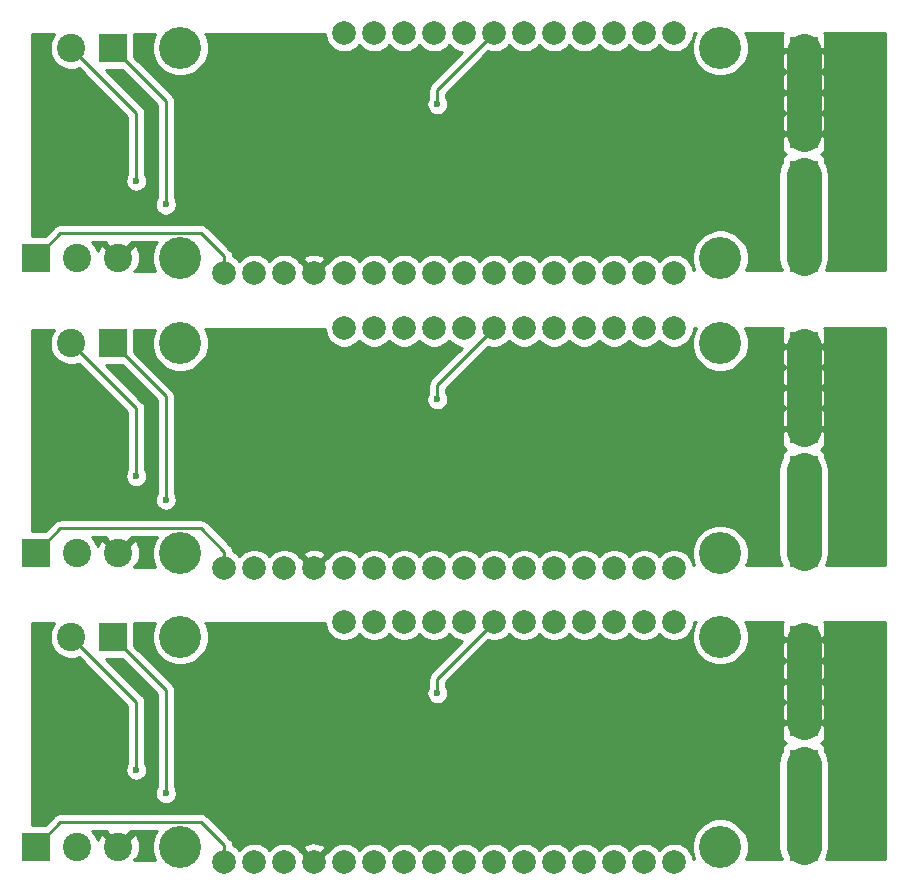
<source format=gbl>
%TF.GenerationSoftware,KiCad,Pcbnew,(5.1.6-0-10_14)*%
%TF.CreationDate,2020-08-14T14:07:03-07:00*%
%TF.ProjectId,panel,70616e65-6c2e-46b6-9963-61645f706362,rev?*%
%TF.SameCoordinates,Original*%
%TF.FileFunction,Copper,L2,Bot*%
%TF.FilePolarity,Positive*%
%FSLAX46Y46*%
G04 Gerber Fmt 4.6, Leading zero omitted, Abs format (unit mm)*
G04 Created by KiCad (PCBNEW (5.1.6-0-10_14)) date 2020-08-14 14:07:03*
%MOMM*%
%LPD*%
G01*
G04 APERTURE LIST*
%TA.AperFunction,ComponentPad*%
%ADD10C,2.000000*%
%TD*%
%TA.AperFunction,WasherPad*%
%ADD11C,3.556000*%
%TD*%
%TA.AperFunction,ComponentPad*%
%ADD12R,2.400000X2.400000*%
%TD*%
%TA.AperFunction,ComponentPad*%
%ADD13C,2.400000*%
%TD*%
%TA.AperFunction,ViaPad*%
%ADD14C,0.600000*%
%TD*%
%TA.AperFunction,Conductor*%
%ADD15C,0.250000*%
%TD*%
%TA.AperFunction,Conductor*%
%ADD16C,3.000000*%
%TD*%
%TA.AperFunction,Conductor*%
%ADD17C,0.254000*%
%TD*%
G04 APERTURE END LIST*
D10*
%TO.P,U1,1*%
%TO.N,RST*%
X129451100Y-114300000D03*
%TO.P,U1,2*%
%TO.N,3v3*%
X131991100Y-114300000D03*
%TO.P,U1,3*%
%TO.N,Net-(U1-Pad3)*%
X134531100Y-114300000D03*
%TO.P,U1,4*%
%TO.N,GND*%
X137071100Y-114300000D03*
%TO.P,U1,5*%
%TO.N,Net-(U1-Pad5)*%
X139611100Y-114300000D03*
%TO.P,U1,6*%
%TO.N,Net-(U1-Pad6)*%
X142151100Y-114300000D03*
%TO.P,U1,7*%
%TO.N,Net-(U1-Pad7)*%
X144691100Y-114300000D03*
%TO.P,U1,8*%
%TO.N,Net-(U1-Pad8)*%
X147231100Y-114300000D03*
%TO.P,U1,9*%
%TO.N,Net-(U1-Pad9)*%
X149771100Y-114300000D03*
%TO.P,U1,10*%
%TO.N,Net-(U1-Pad10)*%
X152311100Y-114300000D03*
%TO.P,U1,11*%
%TO.N,Net-(U1-Pad11)*%
X154851100Y-114300000D03*
%TO.P,U1,12*%
%TO.N,Net-(U1-Pad12)*%
X157391100Y-114300000D03*
%TO.P,U1,13*%
%TO.N,Net-(U1-Pad13)*%
X159931100Y-114300000D03*
%TO.P,U1,14*%
%TO.N,RX*%
X162471100Y-114300000D03*
%TO.P,U1,15*%
%TO.N,TX*%
X165011100Y-114300000D03*
%TO.P,U1,16*%
%TO.N,N/C*%
X167551100Y-114300000D03*
%TO.P,U1,17*%
%TO.N,Net-(U1-Pad17)*%
X167551100Y-93980000D03*
%TO.P,U1,18*%
%TO.N,Net-(U1-Pad18)*%
X165011100Y-93980000D03*
%TO.P,U1,19*%
%TO.N,Net-(U1-Pad19)*%
X162471100Y-93980000D03*
%TO.P,U1,20*%
%TO.N,Net-(U1-Pad20)*%
X159931100Y-93980000D03*
%TO.P,U1,21*%
%TO.N,Net-(U1-Pad21)*%
X157391100Y-93980000D03*
%TO.P,U1,22*%
%TO.N,Net-(U1-Pad22)*%
X154851100Y-93980000D03*
%TO.P,U1,23*%
%TO.N,RTS*%
X152311100Y-93980000D03*
%TO.P,U1,24*%
%TO.N,Net-(U1-Pad24)*%
X149771100Y-93980000D03*
%TO.P,U1,25*%
%TO.N,Net-(U1-Pad25)*%
X147231100Y-93980000D03*
%TO.P,U1,26*%
%TO.N,VUSB*%
X144691100Y-93980000D03*
%TO.P,U1,27*%
%TO.N,EN*%
X142151100Y-93980000D03*
%TO.P,U1,28*%
%TO.N,Net-(U1-Pad28)*%
X139611100Y-93980000D03*
%TD*%
D11*
%TO.P,PCB\u002A\u002A,*%
%TO.N,*%
X171450000Y-113030000D03*
X125730000Y-113030000D03*
X171450000Y-95250000D03*
X125730000Y-95250000D03*
%TD*%
D12*
%TO.P,J1,2*%
%TO.N,GND*%
X178500000Y-102500000D03*
%TO.P,J1,1*%
%TO.N,v24*%
X178500000Y-106000000D03*
%TD*%
D13*
%TO.P,J2,2*%
%TO.N,A*%
X116500000Y-95250000D03*
D12*
%TO.P,J2,1*%
%TO.N,B*%
X120000000Y-95250000D03*
%TD*%
%TO.P,J5,1*%
%TO.N,v24*%
X178500000Y-113000000D03*
%TO.P,J5,2*%
X178500000Y-109500000D03*
%TD*%
%TO.P,J6,2*%
%TO.N,GND*%
X178500000Y-95500000D03*
%TO.P,J6,1*%
X178500000Y-99000000D03*
%TD*%
%TO.P,J7,1*%
%TO.N,RST*%
X113500000Y-113000000D03*
D13*
%TO.P,J7,2*%
%TO.N,EN*%
X117000000Y-113000000D03*
%TO.P,J7,3*%
%TO.N,GND*%
X120500000Y-113000000D03*
%TD*%
D10*
%TO.P,U1,1*%
%TO.N,C0_RST*%
X129453100Y-139300000D03*
%TO.P,U1,2*%
%TO.N,C0_3v3*%
X131993100Y-139300000D03*
%TO.P,U1,3*%
%TO.N,C0_Net-(U1-Pad3)*%
X134533100Y-139300000D03*
%TO.P,U1,4*%
%TO.N,C0_GND*%
X137073100Y-139300000D03*
%TO.P,U1,5*%
%TO.N,C0_Net-(U1-Pad5)*%
X139613100Y-139300000D03*
%TO.P,U1,6*%
%TO.N,C0_Net-(U1-Pad6)*%
X142153100Y-139300000D03*
%TO.P,U1,7*%
%TO.N,C0_Net-(U1-Pad7)*%
X144693100Y-139300000D03*
%TO.P,U1,8*%
%TO.N,C0_Net-(U1-Pad8)*%
X147233100Y-139300000D03*
%TO.P,U1,9*%
%TO.N,C0_Net-(U1-Pad9)*%
X149773100Y-139300000D03*
%TO.P,U1,10*%
%TO.N,C0_Net-(U1-Pad10)*%
X152313100Y-139300000D03*
%TO.P,U1,11*%
%TO.N,C0_Net-(U1-Pad11)*%
X154853100Y-139300000D03*
%TO.P,U1,12*%
%TO.N,C0_Net-(U1-Pad12)*%
X157393100Y-139300000D03*
%TO.P,U1,13*%
%TO.N,C0_Net-(U1-Pad13)*%
X159933100Y-139300000D03*
%TO.P,U1,14*%
%TO.N,C0_RX*%
X162473100Y-139300000D03*
%TO.P,U1,15*%
%TO.N,C0_TX*%
X165013100Y-139300000D03*
%TO.P,U1,16*%
%TO.N,N/C*%
X167553100Y-139300000D03*
%TO.P,U1,17*%
%TO.N,C0_Net-(U1-Pad17)*%
X167553100Y-118980000D03*
%TO.P,U1,18*%
%TO.N,C0_Net-(U1-Pad18)*%
X165013100Y-118980000D03*
%TO.P,U1,19*%
%TO.N,C0_Net-(U1-Pad19)*%
X162473100Y-118980000D03*
%TO.P,U1,20*%
%TO.N,C0_Net-(U1-Pad20)*%
X159933100Y-118980000D03*
%TO.P,U1,21*%
%TO.N,C0_Net-(U1-Pad21)*%
X157393100Y-118980000D03*
%TO.P,U1,22*%
%TO.N,C0_Net-(U1-Pad22)*%
X154853100Y-118980000D03*
%TO.P,U1,23*%
%TO.N,C0_RTS*%
X152313100Y-118980000D03*
%TO.P,U1,24*%
%TO.N,C0_Net-(U1-Pad24)*%
X149773100Y-118980000D03*
%TO.P,U1,25*%
%TO.N,C0_Net-(U1-Pad25)*%
X147233100Y-118980000D03*
%TO.P,U1,26*%
%TO.N,C0_VUSB*%
X144693100Y-118980000D03*
%TO.P,U1,27*%
%TO.N,C0_EN*%
X142153100Y-118980000D03*
%TO.P,U1,28*%
%TO.N,C0_Net-(U1-Pad28)*%
X139613100Y-118980000D03*
%TD*%
D11*
%TO.P,PCB\u002A\u002A,*%
%TO.N,*%
X171452000Y-138030000D03*
X125732000Y-138030000D03*
X171452000Y-120250000D03*
X125732000Y-120250000D03*
%TD*%
D12*
%TO.P,J1,2*%
%TO.N,C0_GND*%
X178502000Y-127500000D03*
%TO.P,J1,1*%
%TO.N,C0_v24*%
X178502000Y-131000000D03*
%TD*%
D13*
%TO.P,J2,2*%
%TO.N,C0_A*%
X116502000Y-120250000D03*
D12*
%TO.P,J2,1*%
%TO.N,C0_B*%
X120002000Y-120250000D03*
%TD*%
%TO.P,J5,1*%
%TO.N,C0_v24*%
X178502000Y-138000000D03*
%TO.P,J5,2*%
X178502000Y-134500000D03*
%TD*%
%TO.P,J6,2*%
%TO.N,C0_GND*%
X178502000Y-120500000D03*
%TO.P,J6,1*%
X178502000Y-124000000D03*
%TD*%
%TO.P,J7,1*%
%TO.N,C0_RST*%
X113502000Y-138000000D03*
D13*
%TO.P,J7,2*%
%TO.N,C0_EN*%
X117002000Y-138000000D03*
%TO.P,J7,3*%
%TO.N,C0_GND*%
X120502000Y-138000000D03*
%TD*%
D10*
%TO.P,U1,1*%
%TO.N,C1_RST*%
X129453100Y-164160000D03*
%TO.P,U1,2*%
%TO.N,C1_3v3*%
X131993100Y-164160000D03*
%TO.P,U1,3*%
%TO.N,C1_Net-(U1-Pad3)*%
X134533100Y-164160000D03*
%TO.P,U1,4*%
%TO.N,C1_GND*%
X137073100Y-164160000D03*
%TO.P,U1,5*%
%TO.N,C1_Net-(U1-Pad5)*%
X139613100Y-164160000D03*
%TO.P,U1,6*%
%TO.N,C1_Net-(U1-Pad6)*%
X142153100Y-164160000D03*
%TO.P,U1,7*%
%TO.N,C1_Net-(U1-Pad7)*%
X144693100Y-164160000D03*
%TO.P,U1,8*%
%TO.N,C1_Net-(U1-Pad8)*%
X147233100Y-164160000D03*
%TO.P,U1,9*%
%TO.N,C1_Net-(U1-Pad9)*%
X149773100Y-164160000D03*
%TO.P,U1,10*%
%TO.N,C1_Net-(U1-Pad10)*%
X152313100Y-164160000D03*
%TO.P,U1,11*%
%TO.N,C1_Net-(U1-Pad11)*%
X154853100Y-164160000D03*
%TO.P,U1,12*%
%TO.N,C1_Net-(U1-Pad12)*%
X157393100Y-164160000D03*
%TO.P,U1,13*%
%TO.N,C1_Net-(U1-Pad13)*%
X159933100Y-164160000D03*
%TO.P,U1,14*%
%TO.N,C1_RX*%
X162473100Y-164160000D03*
%TO.P,U1,15*%
%TO.N,C1_TX*%
X165013100Y-164160000D03*
%TO.P,U1,16*%
%TO.N,N/C*%
X167553100Y-164160000D03*
%TO.P,U1,17*%
%TO.N,C1_Net-(U1-Pad17)*%
X167553100Y-143840000D03*
%TO.P,U1,18*%
%TO.N,C1_Net-(U1-Pad18)*%
X165013100Y-143840000D03*
%TO.P,U1,19*%
%TO.N,C1_Net-(U1-Pad19)*%
X162473100Y-143840000D03*
%TO.P,U1,20*%
%TO.N,C1_Net-(U1-Pad20)*%
X159933100Y-143840000D03*
%TO.P,U1,21*%
%TO.N,C1_Net-(U1-Pad21)*%
X157393100Y-143840000D03*
%TO.P,U1,22*%
%TO.N,C1_Net-(U1-Pad22)*%
X154853100Y-143840000D03*
%TO.P,U1,23*%
%TO.N,C1_RTS*%
X152313100Y-143840000D03*
%TO.P,U1,24*%
%TO.N,C1_Net-(U1-Pad24)*%
X149773100Y-143840000D03*
%TO.P,U1,25*%
%TO.N,C1_Net-(U1-Pad25)*%
X147233100Y-143840000D03*
%TO.P,U1,26*%
%TO.N,C1_VUSB*%
X144693100Y-143840000D03*
%TO.P,U1,27*%
%TO.N,C1_EN*%
X142153100Y-143840000D03*
%TO.P,U1,28*%
%TO.N,C1_Net-(U1-Pad28)*%
X139613100Y-143840000D03*
%TD*%
D11*
%TO.P,PCB\u002A\u002A,*%
%TO.N,*%
X171452000Y-162890000D03*
X125732000Y-162890000D03*
X171452000Y-145110000D03*
X125732000Y-145110000D03*
%TD*%
D12*
%TO.P,J1,2*%
%TO.N,C1_GND*%
X178502000Y-152360000D03*
%TO.P,J1,1*%
%TO.N,C1_v24*%
X178502000Y-155860000D03*
%TD*%
D13*
%TO.P,J2,2*%
%TO.N,C1_A*%
X116502000Y-145110000D03*
D12*
%TO.P,J2,1*%
%TO.N,C1_B*%
X120002000Y-145110000D03*
%TD*%
%TO.P,J5,1*%
%TO.N,C1_v24*%
X178502000Y-162860000D03*
%TO.P,J5,2*%
X178502000Y-159360000D03*
%TD*%
%TO.P,J6,2*%
%TO.N,C1_GND*%
X178502000Y-145360000D03*
%TO.P,J6,1*%
X178502000Y-148860000D03*
%TD*%
%TO.P,J7,1*%
%TO.N,C1_RST*%
X113502000Y-162860000D03*
D13*
%TO.P,J7,2*%
%TO.N,C1_EN*%
X117002000Y-162860000D03*
%TO.P,J7,3*%
%TO.N,C1_GND*%
X120502000Y-162860000D03*
%TD*%
D14*
%TO.N,GND*%
X137500000Y-105500000D03*
X161000000Y-96500000D03*
%TO.N,B*%
X124500000Y-108500000D03*
%TO.N,A*%
X122000000Y-106500000D03*
%TO.N,RTS*%
X147500000Y-100000000D03*
%TO.N,C0_GND*%
X137502000Y-130500000D03*
X161002000Y-121500000D03*
%TO.N,C0_RTS*%
X147502000Y-125000000D03*
%TO.N,C0_B*%
X124502000Y-133500000D03*
%TO.N,C0_A*%
X122002000Y-131500000D03*
%TO.N,C1_GND*%
X137502000Y-155360000D03*
X161002000Y-146360000D03*
%TO.N,C1_RTS*%
X147502000Y-149860000D03*
%TO.N,C1_B*%
X124502000Y-158360000D03*
%TO.N,C1_A*%
X122002000Y-156360000D03*
%TD*%
D15*
%TO.N,GND*%
X137500000Y-105500000D02*
X152000000Y-105500000D01*
X152000000Y-105500000D02*
X161000000Y-96500000D01*
D16*
X178500000Y-102500000D02*
X178500000Y-99000000D01*
X178500000Y-99000000D02*
X178500000Y-95500000D01*
D15*
%TO.N,B*%
X124500000Y-99750000D02*
X120000000Y-95250000D01*
X124500000Y-108500000D02*
X124500000Y-99750000D01*
%TO.N,A*%
X122000000Y-100750000D02*
X116500000Y-95250000D01*
X122000000Y-106500000D02*
X122000000Y-100750000D01*
%TO.N,RTS*%
X147500000Y-98791100D02*
X152311100Y-93980000D01*
X147500000Y-100000000D02*
X147500000Y-98791100D01*
D16*
%TO.N,v24*%
X178500000Y-113000000D02*
X178500000Y-109500000D01*
X178500000Y-109500000D02*
X178500000Y-106000000D01*
D15*
%TO.N,RST*%
X127492312Y-110926999D02*
X115573001Y-110926999D01*
X129451100Y-112885787D02*
X127492312Y-110926999D01*
X115573001Y-110926999D02*
X113500000Y-113000000D01*
X129451100Y-114300000D02*
X129451100Y-112885787D01*
%TO.N,C0_RST*%
X127494312Y-135926999D02*
X115575001Y-135926999D01*
X129453100Y-137885787D02*
X127494312Y-135926999D01*
X115575001Y-135926999D02*
X113502000Y-138000000D01*
X129453100Y-139300000D02*
X129453100Y-137885787D01*
%TO.N,C0_GND*%
X137502000Y-130500000D02*
X152002000Y-130500000D01*
X152002000Y-130500000D02*
X161002000Y-121500000D01*
D16*
X178502000Y-127500000D02*
X178502000Y-124000000D01*
X178502000Y-124000000D02*
X178502000Y-120500000D01*
D15*
%TO.N,C0_RTS*%
X147502000Y-123791100D02*
X152313100Y-118980000D01*
X147502000Y-125000000D02*
X147502000Y-123791100D01*
D16*
%TO.N,C0_v24*%
X178502000Y-131000000D02*
X178502000Y-134500000D01*
X178502000Y-134500000D02*
X178502000Y-138000000D01*
D15*
%TO.N,C0_B*%
X124502000Y-124750000D02*
X120002000Y-120250000D01*
X124502000Y-133500000D02*
X124502000Y-124750000D01*
%TO.N,C0_A*%
X122002000Y-125750000D02*
X116502000Y-120250000D01*
X122002000Y-131500000D02*
X122002000Y-125750000D01*
%TO.N,C1_RST*%
X127494312Y-160786999D02*
X115575001Y-160786999D01*
X129453100Y-162745787D02*
X127494312Y-160786999D01*
X115575001Y-160786999D02*
X113502000Y-162860000D01*
X129453100Y-164160000D02*
X129453100Y-162745787D01*
%TO.N,C1_GND*%
X137502000Y-155360000D02*
X152002000Y-155360000D01*
X152002000Y-155360000D02*
X161002000Y-146360000D01*
D16*
X178502000Y-145360000D02*
X178502000Y-148860000D01*
X178502000Y-148860000D02*
X178502000Y-152360000D01*
D15*
%TO.N,C1_RTS*%
X147502000Y-148651100D02*
X152313100Y-143840000D01*
X147502000Y-149860000D02*
X147502000Y-148651100D01*
D16*
%TO.N,C1_v24*%
X178502000Y-155860000D02*
X178502000Y-159360000D01*
X178502000Y-159360000D02*
X178502000Y-162860000D01*
D15*
%TO.N,C1_B*%
X124502000Y-149610000D02*
X120002000Y-145110000D01*
X124502000Y-158360000D02*
X124502000Y-149610000D01*
%TO.N,C1_A*%
X122002000Y-150610000D02*
X116502000Y-145110000D01*
X122002000Y-156360000D02*
X122002000Y-150610000D01*
%TD*%
D17*
%TO.N,GND*%
G36*
X119401626Y-111722020D02*
G01*
X120500000Y-112820395D01*
X121598374Y-111722020D01*
X121583635Y-111686999D01*
X123725275Y-111686999D01*
X123591628Y-111887016D01*
X123409731Y-112326154D01*
X123317000Y-112792340D01*
X123317000Y-113267660D01*
X123409731Y-113733846D01*
X123583190Y-114152612D01*
X121835596Y-114155988D01*
X121777981Y-114098373D01*
X122062836Y-113978486D01*
X122223699Y-113654790D01*
X122318322Y-113305931D01*
X122343067Y-112945316D01*
X122296985Y-112586802D01*
X122181846Y-112244167D01*
X122062836Y-112021514D01*
X121777980Y-111901626D01*
X120679605Y-113000000D01*
X120693748Y-113014142D01*
X120514142Y-113193748D01*
X120500000Y-113179605D01*
X120485858Y-113193748D01*
X120306252Y-113014142D01*
X120320395Y-113000000D01*
X119222020Y-111901626D01*
X118937164Y-112021514D01*
X118776301Y-112345210D01*
X118752031Y-112434690D01*
X118626156Y-112130801D01*
X118425338Y-111830256D01*
X118282081Y-111686999D01*
X119416365Y-111686999D01*
X119401626Y-111722020D01*
G37*
X119401626Y-111722020D02*
X120500000Y-112820395D01*
X121598374Y-111722020D01*
X121583635Y-111686999D01*
X123725275Y-111686999D01*
X123591628Y-111887016D01*
X123409731Y-112326154D01*
X123317000Y-112792340D01*
X123317000Y-113267660D01*
X123409731Y-113733846D01*
X123583190Y-114152612D01*
X121835596Y-114155988D01*
X121777981Y-114098373D01*
X122062836Y-113978486D01*
X122223699Y-113654790D01*
X122318322Y-113305931D01*
X122343067Y-112945316D01*
X122296985Y-112586802D01*
X122181846Y-112244167D01*
X122062836Y-112021514D01*
X121777980Y-111901626D01*
X120679605Y-113000000D01*
X120693748Y-113014142D01*
X120514142Y-113193748D01*
X120500000Y-113179605D01*
X120485858Y-113193748D01*
X120306252Y-113014142D01*
X120320395Y-113000000D01*
X119222020Y-111901626D01*
X118937164Y-112021514D01*
X118776301Y-112345210D01*
X118752031Y-112434690D01*
X118626156Y-112130801D01*
X118425338Y-111830256D01*
X118282081Y-111686999D01*
X119416365Y-111686999D01*
X119401626Y-111722020D01*
G36*
X185373000Y-114033245D02*
G01*
X180363397Y-114042923D01*
X180482026Y-113820982D01*
X180604108Y-113418533D01*
X180635000Y-113104882D01*
X180635000Y-105895118D01*
X180604108Y-105581467D01*
X180482026Y-105179018D01*
X180338072Y-104909698D01*
X180338072Y-104800000D01*
X180325812Y-104675518D01*
X180289502Y-104555820D01*
X180230537Y-104445506D01*
X180151185Y-104348815D01*
X180054494Y-104269463D01*
X180018082Y-104250000D01*
X180054494Y-104230537D01*
X180151185Y-104151185D01*
X180230537Y-104054494D01*
X180289502Y-103944180D01*
X180325812Y-103824482D01*
X180338072Y-103700000D01*
X180335000Y-102785750D01*
X180176250Y-102627000D01*
X178627000Y-102627000D01*
X178627000Y-102647000D01*
X178373000Y-102647000D01*
X178373000Y-102627000D01*
X176823750Y-102627000D01*
X176665000Y-102785750D01*
X176661928Y-103700000D01*
X176674188Y-103824482D01*
X176710498Y-103944180D01*
X176769463Y-104054494D01*
X176848815Y-104151185D01*
X176945506Y-104230537D01*
X176981918Y-104250000D01*
X176945506Y-104269463D01*
X176848815Y-104348815D01*
X176769463Y-104445506D01*
X176710498Y-104555820D01*
X176674188Y-104675518D01*
X176661928Y-104800000D01*
X176661928Y-104909700D01*
X176517975Y-105179018D01*
X176395893Y-105581467D01*
X176365000Y-105895118D01*
X176365000Y-113104881D01*
X176395892Y-113418532D01*
X176517974Y-113820981D01*
X176640448Y-114050115D01*
X173636863Y-114055917D01*
X173770269Y-113733846D01*
X173863000Y-113267660D01*
X173863000Y-112792340D01*
X173770269Y-112326154D01*
X173588372Y-111887016D01*
X173324299Y-111491802D01*
X172988198Y-111155701D01*
X172592984Y-110891628D01*
X172153846Y-110709731D01*
X171687660Y-110617000D01*
X171212340Y-110617000D01*
X170746154Y-110709731D01*
X170307016Y-110891628D01*
X169911802Y-111155701D01*
X169575701Y-111491802D01*
X169311628Y-111887016D01*
X169129731Y-112326154D01*
X169037000Y-112792340D01*
X169037000Y-113267660D01*
X169129731Y-113733846D01*
X169266634Y-114064360D01*
X169171296Y-114064544D01*
X169123268Y-113823088D01*
X169000018Y-113525537D01*
X168821087Y-113257748D01*
X168593352Y-113030013D01*
X168325563Y-112851082D01*
X168028012Y-112727832D01*
X167712133Y-112665000D01*
X167390067Y-112665000D01*
X167074188Y-112727832D01*
X166776637Y-112851082D01*
X166508848Y-113030013D01*
X166281113Y-113257748D01*
X166281100Y-113257767D01*
X166281087Y-113257748D01*
X166053352Y-113030013D01*
X165785563Y-112851082D01*
X165488012Y-112727832D01*
X165172133Y-112665000D01*
X164850067Y-112665000D01*
X164534188Y-112727832D01*
X164236637Y-112851082D01*
X163968848Y-113030013D01*
X163741113Y-113257748D01*
X163741100Y-113257767D01*
X163741087Y-113257748D01*
X163513352Y-113030013D01*
X163245563Y-112851082D01*
X162948012Y-112727832D01*
X162632133Y-112665000D01*
X162310067Y-112665000D01*
X161994188Y-112727832D01*
X161696637Y-112851082D01*
X161428848Y-113030013D01*
X161201113Y-113257748D01*
X161201100Y-113257767D01*
X161201087Y-113257748D01*
X160973352Y-113030013D01*
X160705563Y-112851082D01*
X160408012Y-112727832D01*
X160092133Y-112665000D01*
X159770067Y-112665000D01*
X159454188Y-112727832D01*
X159156637Y-112851082D01*
X158888848Y-113030013D01*
X158661113Y-113257748D01*
X158661100Y-113257767D01*
X158661087Y-113257748D01*
X158433352Y-113030013D01*
X158165563Y-112851082D01*
X157868012Y-112727832D01*
X157552133Y-112665000D01*
X157230067Y-112665000D01*
X156914188Y-112727832D01*
X156616637Y-112851082D01*
X156348848Y-113030013D01*
X156121113Y-113257748D01*
X156121100Y-113257767D01*
X156121087Y-113257748D01*
X155893352Y-113030013D01*
X155625563Y-112851082D01*
X155328012Y-112727832D01*
X155012133Y-112665000D01*
X154690067Y-112665000D01*
X154374188Y-112727832D01*
X154076637Y-112851082D01*
X153808848Y-113030013D01*
X153581113Y-113257748D01*
X153581100Y-113257767D01*
X153581087Y-113257748D01*
X153353352Y-113030013D01*
X153085563Y-112851082D01*
X152788012Y-112727832D01*
X152472133Y-112665000D01*
X152150067Y-112665000D01*
X151834188Y-112727832D01*
X151536637Y-112851082D01*
X151268848Y-113030013D01*
X151041113Y-113257748D01*
X151041100Y-113257767D01*
X151041087Y-113257748D01*
X150813352Y-113030013D01*
X150545563Y-112851082D01*
X150248012Y-112727832D01*
X149932133Y-112665000D01*
X149610067Y-112665000D01*
X149294188Y-112727832D01*
X148996637Y-112851082D01*
X148728848Y-113030013D01*
X148501113Y-113257748D01*
X148501100Y-113257767D01*
X148501087Y-113257748D01*
X148273352Y-113030013D01*
X148005563Y-112851082D01*
X147708012Y-112727832D01*
X147392133Y-112665000D01*
X147070067Y-112665000D01*
X146754188Y-112727832D01*
X146456637Y-112851082D01*
X146188848Y-113030013D01*
X145961113Y-113257748D01*
X145961100Y-113257767D01*
X145961087Y-113257748D01*
X145733352Y-113030013D01*
X145465563Y-112851082D01*
X145168012Y-112727832D01*
X144852133Y-112665000D01*
X144530067Y-112665000D01*
X144214188Y-112727832D01*
X143916637Y-112851082D01*
X143648848Y-113030013D01*
X143421113Y-113257748D01*
X143421100Y-113257767D01*
X143421087Y-113257748D01*
X143193352Y-113030013D01*
X142925563Y-112851082D01*
X142628012Y-112727832D01*
X142312133Y-112665000D01*
X141990067Y-112665000D01*
X141674188Y-112727832D01*
X141376637Y-112851082D01*
X141108848Y-113030013D01*
X140881113Y-113257748D01*
X140881100Y-113257767D01*
X140881087Y-113257748D01*
X140653352Y-113030013D01*
X140385563Y-112851082D01*
X140088012Y-112727832D01*
X139772133Y-112665000D01*
X139450067Y-112665000D01*
X139134188Y-112727832D01*
X138836637Y-112851082D01*
X138568848Y-113030013D01*
X138341113Y-113257748D01*
X138268380Y-113366600D01*
X138206513Y-113344192D01*
X137424832Y-114125873D01*
X136718732Y-114127237D01*
X135935687Y-113344192D01*
X135873820Y-113366600D01*
X135801087Y-113257748D01*
X135707926Y-113164587D01*
X136115292Y-113164587D01*
X137071100Y-114120395D01*
X138026908Y-113164587D01*
X137931144Y-112900186D01*
X137641529Y-112759296D01*
X137329992Y-112677616D01*
X137008505Y-112658282D01*
X136689425Y-112702039D01*
X136385012Y-112807205D01*
X136211056Y-112900186D01*
X136115292Y-113164587D01*
X135707926Y-113164587D01*
X135573352Y-113030013D01*
X135305563Y-112851082D01*
X135008012Y-112727832D01*
X134692133Y-112665000D01*
X134370067Y-112665000D01*
X134054188Y-112727832D01*
X133756637Y-112851082D01*
X133488848Y-113030013D01*
X133261113Y-113257748D01*
X133261100Y-113257767D01*
X133261087Y-113257748D01*
X133033352Y-113030013D01*
X132765563Y-112851082D01*
X132468012Y-112727832D01*
X132152133Y-112665000D01*
X131830067Y-112665000D01*
X131514188Y-112727832D01*
X131216637Y-112851082D01*
X130948848Y-113030013D01*
X130721113Y-113257748D01*
X130721100Y-113257767D01*
X130721087Y-113257748D01*
X130493352Y-113030013D01*
X130225563Y-112851082D01*
X130210755Y-112844948D01*
X130200103Y-112736801D01*
X130156646Y-112593540D01*
X130086074Y-112461511D01*
X130014899Y-112374784D01*
X129991101Y-112345786D01*
X129962103Y-112321988D01*
X128056116Y-110416002D01*
X128032313Y-110386998D01*
X127916588Y-110292025D01*
X127784559Y-110221453D01*
X127641298Y-110177996D01*
X127529645Y-110166999D01*
X127529634Y-110166999D01*
X127492312Y-110163323D01*
X127454990Y-110166999D01*
X115610323Y-110166999D01*
X115573000Y-110163323D01*
X115535677Y-110166999D01*
X115535668Y-110166999D01*
X115424015Y-110177996D01*
X115280754Y-110221453D01*
X115148724Y-110292025D01*
X115065084Y-110360667D01*
X115033000Y-110386998D01*
X115009202Y-110415996D01*
X114263270Y-111161928D01*
X113157000Y-111161928D01*
X113157000Y-94106755D01*
X115059412Y-94103080D01*
X114873844Y-94380801D01*
X114735518Y-94714750D01*
X114665000Y-95069268D01*
X114665000Y-95430732D01*
X114735518Y-95785250D01*
X114873844Y-96119199D01*
X115074662Y-96419744D01*
X115330256Y-96675338D01*
X115630801Y-96876156D01*
X115964750Y-97014482D01*
X116319268Y-97085000D01*
X116680732Y-97085000D01*
X117035250Y-97014482D01*
X117144449Y-96969250D01*
X121240001Y-101064803D01*
X121240000Y-105954464D01*
X121171414Y-106057111D01*
X121100932Y-106227271D01*
X121065000Y-106407911D01*
X121065000Y-106592089D01*
X121100932Y-106772729D01*
X121171414Y-106942889D01*
X121273738Y-107096028D01*
X121403972Y-107226262D01*
X121557111Y-107328586D01*
X121727271Y-107399068D01*
X121907911Y-107435000D01*
X122092089Y-107435000D01*
X122272729Y-107399068D01*
X122442889Y-107328586D01*
X122596028Y-107226262D01*
X122726262Y-107096028D01*
X122828586Y-106942889D01*
X122899068Y-106772729D01*
X122935000Y-106592089D01*
X122935000Y-106407911D01*
X122899068Y-106227271D01*
X122828586Y-106057111D01*
X122760000Y-105954465D01*
X122760000Y-100787333D01*
X122763677Y-100750000D01*
X122749003Y-100601014D01*
X122705546Y-100457753D01*
X122634974Y-100325724D01*
X122563799Y-100238997D01*
X122540001Y-100209999D01*
X122511003Y-100186201D01*
X119412873Y-97088072D01*
X120763271Y-97088072D01*
X123740001Y-100064803D01*
X123740000Y-107954464D01*
X123671414Y-108057111D01*
X123600932Y-108227271D01*
X123565000Y-108407911D01*
X123565000Y-108592089D01*
X123600932Y-108772729D01*
X123671414Y-108942889D01*
X123773738Y-109096028D01*
X123903972Y-109226262D01*
X124057111Y-109328586D01*
X124227271Y-109399068D01*
X124407911Y-109435000D01*
X124592089Y-109435000D01*
X124772729Y-109399068D01*
X124942889Y-109328586D01*
X125096028Y-109226262D01*
X125226262Y-109096028D01*
X125328586Y-108942889D01*
X125399068Y-108772729D01*
X125435000Y-108592089D01*
X125435000Y-108407911D01*
X125399068Y-108227271D01*
X125328586Y-108057111D01*
X125260000Y-107954465D01*
X125260000Y-99787322D01*
X125263676Y-99749999D01*
X125260000Y-99712676D01*
X125260000Y-99712667D01*
X125249003Y-99601014D01*
X125205546Y-99457753D01*
X125150569Y-99354899D01*
X125134974Y-99325723D01*
X125063799Y-99238997D01*
X125040001Y-99209999D01*
X125011003Y-99186201D01*
X121838072Y-96013271D01*
X121838072Y-94089985D01*
X123605289Y-94086571D01*
X123591628Y-94107016D01*
X123409731Y-94546154D01*
X123317000Y-95012340D01*
X123317000Y-95487660D01*
X123409731Y-95953846D01*
X123591628Y-96392984D01*
X123855701Y-96788198D01*
X124191802Y-97124299D01*
X124587016Y-97388372D01*
X125026154Y-97570269D01*
X125492340Y-97663000D01*
X125967660Y-97663000D01*
X126433846Y-97570269D01*
X126872984Y-97388372D01*
X127268198Y-97124299D01*
X127604299Y-96788198D01*
X127868372Y-96392984D01*
X128050269Y-95953846D01*
X128143000Y-95487660D01*
X128143000Y-95012340D01*
X128050269Y-94546154D01*
X127868372Y-94107016D01*
X127849233Y-94078372D01*
X137976100Y-94058809D01*
X137976100Y-94141033D01*
X138038932Y-94456912D01*
X138162182Y-94754463D01*
X138341113Y-95022252D01*
X138568848Y-95249987D01*
X138836637Y-95428918D01*
X139134188Y-95552168D01*
X139450067Y-95615000D01*
X139772133Y-95615000D01*
X140088012Y-95552168D01*
X140385563Y-95428918D01*
X140653352Y-95249987D01*
X140881087Y-95022252D01*
X140881100Y-95022233D01*
X140881113Y-95022252D01*
X141108848Y-95249987D01*
X141376637Y-95428918D01*
X141674188Y-95552168D01*
X141990067Y-95615000D01*
X142312133Y-95615000D01*
X142628012Y-95552168D01*
X142925563Y-95428918D01*
X143193352Y-95249987D01*
X143421087Y-95022252D01*
X143421100Y-95022233D01*
X143421113Y-95022252D01*
X143648848Y-95249987D01*
X143916637Y-95428918D01*
X144214188Y-95552168D01*
X144530067Y-95615000D01*
X144852133Y-95615000D01*
X145168012Y-95552168D01*
X145465563Y-95428918D01*
X145733352Y-95249987D01*
X145961087Y-95022252D01*
X145961100Y-95022233D01*
X145961113Y-95022252D01*
X146188848Y-95249987D01*
X146456637Y-95428918D01*
X146754188Y-95552168D01*
X147070067Y-95615000D01*
X147392133Y-95615000D01*
X147708012Y-95552168D01*
X148005563Y-95428918D01*
X148273352Y-95249987D01*
X148501087Y-95022252D01*
X148501100Y-95022233D01*
X148501113Y-95022252D01*
X148728848Y-95249987D01*
X148996637Y-95428918D01*
X149294188Y-95552168D01*
X149602753Y-95613545D01*
X146988998Y-98227301D01*
X146960000Y-98251099D01*
X146936202Y-98280097D01*
X146936201Y-98280098D01*
X146865026Y-98366824D01*
X146794454Y-98498854D01*
X146750998Y-98642115D01*
X146736324Y-98791100D01*
X146740001Y-98828432D01*
X146740000Y-99454464D01*
X146671414Y-99557111D01*
X146600932Y-99727271D01*
X146565000Y-99907911D01*
X146565000Y-100092089D01*
X146600932Y-100272729D01*
X146671414Y-100442889D01*
X146773738Y-100596028D01*
X146903972Y-100726262D01*
X147057111Y-100828586D01*
X147227271Y-100899068D01*
X147407911Y-100935000D01*
X147592089Y-100935000D01*
X147772729Y-100899068D01*
X147942889Y-100828586D01*
X148096028Y-100726262D01*
X148226262Y-100596028D01*
X148328586Y-100442889D01*
X148399068Y-100272729D01*
X148413534Y-100200000D01*
X176661928Y-100200000D01*
X176674188Y-100324482D01*
X176710498Y-100444180D01*
X176769463Y-100554494D01*
X176848815Y-100651185D01*
X176945506Y-100730537D01*
X176981918Y-100750000D01*
X176945506Y-100769463D01*
X176848815Y-100848815D01*
X176769463Y-100945506D01*
X176710498Y-101055820D01*
X176674188Y-101175518D01*
X176661928Y-101300000D01*
X176665000Y-102214250D01*
X176823750Y-102373000D01*
X178373000Y-102373000D01*
X178373000Y-100823750D01*
X178299250Y-100750000D01*
X178373000Y-100676250D01*
X178373000Y-99127000D01*
X178627000Y-99127000D01*
X178627000Y-100676250D01*
X178700750Y-100750000D01*
X178627000Y-100823750D01*
X178627000Y-102373000D01*
X180176250Y-102373000D01*
X180335000Y-102214250D01*
X180338072Y-101300000D01*
X180325812Y-101175518D01*
X180289502Y-101055820D01*
X180230537Y-100945506D01*
X180151185Y-100848815D01*
X180054494Y-100769463D01*
X180018082Y-100750000D01*
X180054494Y-100730537D01*
X180151185Y-100651185D01*
X180230537Y-100554494D01*
X180289502Y-100444180D01*
X180325812Y-100324482D01*
X180338072Y-100200000D01*
X180335000Y-99285750D01*
X180176250Y-99127000D01*
X178627000Y-99127000D01*
X178373000Y-99127000D01*
X176823750Y-99127000D01*
X176665000Y-99285750D01*
X176661928Y-100200000D01*
X148413534Y-100200000D01*
X148435000Y-100092089D01*
X148435000Y-99907911D01*
X148399068Y-99727271D01*
X148328586Y-99557111D01*
X148260000Y-99454465D01*
X148260000Y-99105901D01*
X151819725Y-95546177D01*
X151834188Y-95552168D01*
X152150067Y-95615000D01*
X152472133Y-95615000D01*
X152788012Y-95552168D01*
X153085563Y-95428918D01*
X153353352Y-95249987D01*
X153581087Y-95022252D01*
X153581100Y-95022233D01*
X153581113Y-95022252D01*
X153808848Y-95249987D01*
X154076637Y-95428918D01*
X154374188Y-95552168D01*
X154690067Y-95615000D01*
X155012133Y-95615000D01*
X155328012Y-95552168D01*
X155625563Y-95428918D01*
X155893352Y-95249987D01*
X156121087Y-95022252D01*
X156121100Y-95022233D01*
X156121113Y-95022252D01*
X156348848Y-95249987D01*
X156616637Y-95428918D01*
X156914188Y-95552168D01*
X157230067Y-95615000D01*
X157552133Y-95615000D01*
X157868012Y-95552168D01*
X158165563Y-95428918D01*
X158433352Y-95249987D01*
X158661087Y-95022252D01*
X158661100Y-95022233D01*
X158661113Y-95022252D01*
X158888848Y-95249987D01*
X159156637Y-95428918D01*
X159454188Y-95552168D01*
X159770067Y-95615000D01*
X160092133Y-95615000D01*
X160408012Y-95552168D01*
X160705563Y-95428918D01*
X160973352Y-95249987D01*
X161201087Y-95022252D01*
X161201100Y-95022233D01*
X161201113Y-95022252D01*
X161428848Y-95249987D01*
X161696637Y-95428918D01*
X161994188Y-95552168D01*
X162310067Y-95615000D01*
X162632133Y-95615000D01*
X162948012Y-95552168D01*
X163245563Y-95428918D01*
X163513352Y-95249987D01*
X163741087Y-95022252D01*
X163741100Y-95022233D01*
X163741113Y-95022252D01*
X163968848Y-95249987D01*
X164236637Y-95428918D01*
X164534188Y-95552168D01*
X164850067Y-95615000D01*
X165172133Y-95615000D01*
X165488012Y-95552168D01*
X165785563Y-95428918D01*
X166053352Y-95249987D01*
X166281087Y-95022252D01*
X166281100Y-95022233D01*
X166281113Y-95022252D01*
X166508848Y-95249987D01*
X166776637Y-95428918D01*
X167074188Y-95552168D01*
X167390067Y-95615000D01*
X167712133Y-95615000D01*
X168028012Y-95552168D01*
X168325563Y-95428918D01*
X168593352Y-95249987D01*
X168821087Y-95022252D01*
X169000018Y-94754463D01*
X169123268Y-94456912D01*
X169186100Y-94141033D01*
X169186100Y-93998516D01*
X169384381Y-93998133D01*
X169311628Y-94107016D01*
X169129731Y-94546154D01*
X169037000Y-95012340D01*
X169037000Y-95487660D01*
X169129731Y-95953846D01*
X169311628Y-96392984D01*
X169575701Y-96788198D01*
X169911802Y-97124299D01*
X170307016Y-97388372D01*
X170746154Y-97570269D01*
X171212340Y-97663000D01*
X171687660Y-97663000D01*
X172153846Y-97570269D01*
X172592984Y-97388372D01*
X172988198Y-97124299D01*
X173324299Y-96788198D01*
X173383230Y-96700000D01*
X176661928Y-96700000D01*
X176674188Y-96824482D01*
X176710498Y-96944180D01*
X176769463Y-97054494D01*
X176848815Y-97151185D01*
X176945506Y-97230537D01*
X176981918Y-97250000D01*
X176945506Y-97269463D01*
X176848815Y-97348815D01*
X176769463Y-97445506D01*
X176710498Y-97555820D01*
X176674188Y-97675518D01*
X176661928Y-97800000D01*
X176665000Y-98714250D01*
X176823750Y-98873000D01*
X178373000Y-98873000D01*
X178373000Y-97323750D01*
X178299250Y-97250000D01*
X178373000Y-97176250D01*
X178373000Y-95627000D01*
X178627000Y-95627000D01*
X178627000Y-97176250D01*
X178700750Y-97250000D01*
X178627000Y-97323750D01*
X178627000Y-98873000D01*
X180176250Y-98873000D01*
X180335000Y-98714250D01*
X180338072Y-97800000D01*
X180325812Y-97675518D01*
X180289502Y-97555820D01*
X180230537Y-97445506D01*
X180151185Y-97348815D01*
X180054494Y-97269463D01*
X180018082Y-97250000D01*
X180054494Y-97230537D01*
X180151185Y-97151185D01*
X180230537Y-97054494D01*
X180289502Y-96944180D01*
X180325812Y-96824482D01*
X180338072Y-96700000D01*
X180335000Y-95785750D01*
X180176250Y-95627000D01*
X178627000Y-95627000D01*
X178373000Y-95627000D01*
X176823750Y-95627000D01*
X176665000Y-95785750D01*
X176661928Y-96700000D01*
X173383230Y-96700000D01*
X173588372Y-96392984D01*
X173770269Y-95953846D01*
X173863000Y-95487660D01*
X173863000Y-95012340D01*
X173770269Y-94546154D01*
X173588372Y-94107016D01*
X173510293Y-93990163D01*
X176748937Y-93983906D01*
X176710498Y-94055820D01*
X176674188Y-94175518D01*
X176661928Y-94300000D01*
X176665000Y-95214250D01*
X176823750Y-95373000D01*
X178373000Y-95373000D01*
X178373000Y-95353000D01*
X178627000Y-95353000D01*
X178627000Y-95373000D01*
X180176250Y-95373000D01*
X180335000Y-95214250D01*
X180338072Y-94300000D01*
X180325812Y-94175518D01*
X180289502Y-94055820D01*
X180247450Y-93977148D01*
X185373000Y-93967246D01*
X185373000Y-114033245D01*
G37*
X185373000Y-114033245D02*
X180363397Y-114042923D01*
X180482026Y-113820982D01*
X180604108Y-113418533D01*
X180635000Y-113104882D01*
X180635000Y-105895118D01*
X180604108Y-105581467D01*
X180482026Y-105179018D01*
X180338072Y-104909698D01*
X180338072Y-104800000D01*
X180325812Y-104675518D01*
X180289502Y-104555820D01*
X180230537Y-104445506D01*
X180151185Y-104348815D01*
X180054494Y-104269463D01*
X180018082Y-104250000D01*
X180054494Y-104230537D01*
X180151185Y-104151185D01*
X180230537Y-104054494D01*
X180289502Y-103944180D01*
X180325812Y-103824482D01*
X180338072Y-103700000D01*
X180335000Y-102785750D01*
X180176250Y-102627000D01*
X178627000Y-102627000D01*
X178627000Y-102647000D01*
X178373000Y-102647000D01*
X178373000Y-102627000D01*
X176823750Y-102627000D01*
X176665000Y-102785750D01*
X176661928Y-103700000D01*
X176674188Y-103824482D01*
X176710498Y-103944180D01*
X176769463Y-104054494D01*
X176848815Y-104151185D01*
X176945506Y-104230537D01*
X176981918Y-104250000D01*
X176945506Y-104269463D01*
X176848815Y-104348815D01*
X176769463Y-104445506D01*
X176710498Y-104555820D01*
X176674188Y-104675518D01*
X176661928Y-104800000D01*
X176661928Y-104909700D01*
X176517975Y-105179018D01*
X176395893Y-105581467D01*
X176365000Y-105895118D01*
X176365000Y-113104881D01*
X176395892Y-113418532D01*
X176517974Y-113820981D01*
X176640448Y-114050115D01*
X173636863Y-114055917D01*
X173770269Y-113733846D01*
X173863000Y-113267660D01*
X173863000Y-112792340D01*
X173770269Y-112326154D01*
X173588372Y-111887016D01*
X173324299Y-111491802D01*
X172988198Y-111155701D01*
X172592984Y-110891628D01*
X172153846Y-110709731D01*
X171687660Y-110617000D01*
X171212340Y-110617000D01*
X170746154Y-110709731D01*
X170307016Y-110891628D01*
X169911802Y-111155701D01*
X169575701Y-111491802D01*
X169311628Y-111887016D01*
X169129731Y-112326154D01*
X169037000Y-112792340D01*
X169037000Y-113267660D01*
X169129731Y-113733846D01*
X169266634Y-114064360D01*
X169171296Y-114064544D01*
X169123268Y-113823088D01*
X169000018Y-113525537D01*
X168821087Y-113257748D01*
X168593352Y-113030013D01*
X168325563Y-112851082D01*
X168028012Y-112727832D01*
X167712133Y-112665000D01*
X167390067Y-112665000D01*
X167074188Y-112727832D01*
X166776637Y-112851082D01*
X166508848Y-113030013D01*
X166281113Y-113257748D01*
X166281100Y-113257767D01*
X166281087Y-113257748D01*
X166053352Y-113030013D01*
X165785563Y-112851082D01*
X165488012Y-112727832D01*
X165172133Y-112665000D01*
X164850067Y-112665000D01*
X164534188Y-112727832D01*
X164236637Y-112851082D01*
X163968848Y-113030013D01*
X163741113Y-113257748D01*
X163741100Y-113257767D01*
X163741087Y-113257748D01*
X163513352Y-113030013D01*
X163245563Y-112851082D01*
X162948012Y-112727832D01*
X162632133Y-112665000D01*
X162310067Y-112665000D01*
X161994188Y-112727832D01*
X161696637Y-112851082D01*
X161428848Y-113030013D01*
X161201113Y-113257748D01*
X161201100Y-113257767D01*
X161201087Y-113257748D01*
X160973352Y-113030013D01*
X160705563Y-112851082D01*
X160408012Y-112727832D01*
X160092133Y-112665000D01*
X159770067Y-112665000D01*
X159454188Y-112727832D01*
X159156637Y-112851082D01*
X158888848Y-113030013D01*
X158661113Y-113257748D01*
X158661100Y-113257767D01*
X158661087Y-113257748D01*
X158433352Y-113030013D01*
X158165563Y-112851082D01*
X157868012Y-112727832D01*
X157552133Y-112665000D01*
X157230067Y-112665000D01*
X156914188Y-112727832D01*
X156616637Y-112851082D01*
X156348848Y-113030013D01*
X156121113Y-113257748D01*
X156121100Y-113257767D01*
X156121087Y-113257748D01*
X155893352Y-113030013D01*
X155625563Y-112851082D01*
X155328012Y-112727832D01*
X155012133Y-112665000D01*
X154690067Y-112665000D01*
X154374188Y-112727832D01*
X154076637Y-112851082D01*
X153808848Y-113030013D01*
X153581113Y-113257748D01*
X153581100Y-113257767D01*
X153581087Y-113257748D01*
X153353352Y-113030013D01*
X153085563Y-112851082D01*
X152788012Y-112727832D01*
X152472133Y-112665000D01*
X152150067Y-112665000D01*
X151834188Y-112727832D01*
X151536637Y-112851082D01*
X151268848Y-113030013D01*
X151041113Y-113257748D01*
X151041100Y-113257767D01*
X151041087Y-113257748D01*
X150813352Y-113030013D01*
X150545563Y-112851082D01*
X150248012Y-112727832D01*
X149932133Y-112665000D01*
X149610067Y-112665000D01*
X149294188Y-112727832D01*
X148996637Y-112851082D01*
X148728848Y-113030013D01*
X148501113Y-113257748D01*
X148501100Y-113257767D01*
X148501087Y-113257748D01*
X148273352Y-113030013D01*
X148005563Y-112851082D01*
X147708012Y-112727832D01*
X147392133Y-112665000D01*
X147070067Y-112665000D01*
X146754188Y-112727832D01*
X146456637Y-112851082D01*
X146188848Y-113030013D01*
X145961113Y-113257748D01*
X145961100Y-113257767D01*
X145961087Y-113257748D01*
X145733352Y-113030013D01*
X145465563Y-112851082D01*
X145168012Y-112727832D01*
X144852133Y-112665000D01*
X144530067Y-112665000D01*
X144214188Y-112727832D01*
X143916637Y-112851082D01*
X143648848Y-113030013D01*
X143421113Y-113257748D01*
X143421100Y-113257767D01*
X143421087Y-113257748D01*
X143193352Y-113030013D01*
X142925563Y-112851082D01*
X142628012Y-112727832D01*
X142312133Y-112665000D01*
X141990067Y-112665000D01*
X141674188Y-112727832D01*
X141376637Y-112851082D01*
X141108848Y-113030013D01*
X140881113Y-113257748D01*
X140881100Y-113257767D01*
X140881087Y-113257748D01*
X140653352Y-113030013D01*
X140385563Y-112851082D01*
X140088012Y-112727832D01*
X139772133Y-112665000D01*
X139450067Y-112665000D01*
X139134188Y-112727832D01*
X138836637Y-112851082D01*
X138568848Y-113030013D01*
X138341113Y-113257748D01*
X138268380Y-113366600D01*
X138206513Y-113344192D01*
X137424832Y-114125873D01*
X136718732Y-114127237D01*
X135935687Y-113344192D01*
X135873820Y-113366600D01*
X135801087Y-113257748D01*
X135707926Y-113164587D01*
X136115292Y-113164587D01*
X137071100Y-114120395D01*
X138026908Y-113164587D01*
X137931144Y-112900186D01*
X137641529Y-112759296D01*
X137329992Y-112677616D01*
X137008505Y-112658282D01*
X136689425Y-112702039D01*
X136385012Y-112807205D01*
X136211056Y-112900186D01*
X136115292Y-113164587D01*
X135707926Y-113164587D01*
X135573352Y-113030013D01*
X135305563Y-112851082D01*
X135008012Y-112727832D01*
X134692133Y-112665000D01*
X134370067Y-112665000D01*
X134054188Y-112727832D01*
X133756637Y-112851082D01*
X133488848Y-113030013D01*
X133261113Y-113257748D01*
X133261100Y-113257767D01*
X133261087Y-113257748D01*
X133033352Y-113030013D01*
X132765563Y-112851082D01*
X132468012Y-112727832D01*
X132152133Y-112665000D01*
X131830067Y-112665000D01*
X131514188Y-112727832D01*
X131216637Y-112851082D01*
X130948848Y-113030013D01*
X130721113Y-113257748D01*
X130721100Y-113257767D01*
X130721087Y-113257748D01*
X130493352Y-113030013D01*
X130225563Y-112851082D01*
X130210755Y-112844948D01*
X130200103Y-112736801D01*
X130156646Y-112593540D01*
X130086074Y-112461511D01*
X130014899Y-112374784D01*
X129991101Y-112345786D01*
X129962103Y-112321988D01*
X128056116Y-110416002D01*
X128032313Y-110386998D01*
X127916588Y-110292025D01*
X127784559Y-110221453D01*
X127641298Y-110177996D01*
X127529645Y-110166999D01*
X127529634Y-110166999D01*
X127492312Y-110163323D01*
X127454990Y-110166999D01*
X115610323Y-110166999D01*
X115573000Y-110163323D01*
X115535677Y-110166999D01*
X115535668Y-110166999D01*
X115424015Y-110177996D01*
X115280754Y-110221453D01*
X115148724Y-110292025D01*
X115065084Y-110360667D01*
X115033000Y-110386998D01*
X115009202Y-110415996D01*
X114263270Y-111161928D01*
X113157000Y-111161928D01*
X113157000Y-94106755D01*
X115059412Y-94103080D01*
X114873844Y-94380801D01*
X114735518Y-94714750D01*
X114665000Y-95069268D01*
X114665000Y-95430732D01*
X114735518Y-95785250D01*
X114873844Y-96119199D01*
X115074662Y-96419744D01*
X115330256Y-96675338D01*
X115630801Y-96876156D01*
X115964750Y-97014482D01*
X116319268Y-97085000D01*
X116680732Y-97085000D01*
X117035250Y-97014482D01*
X117144449Y-96969250D01*
X121240001Y-101064803D01*
X121240000Y-105954464D01*
X121171414Y-106057111D01*
X121100932Y-106227271D01*
X121065000Y-106407911D01*
X121065000Y-106592089D01*
X121100932Y-106772729D01*
X121171414Y-106942889D01*
X121273738Y-107096028D01*
X121403972Y-107226262D01*
X121557111Y-107328586D01*
X121727271Y-107399068D01*
X121907911Y-107435000D01*
X122092089Y-107435000D01*
X122272729Y-107399068D01*
X122442889Y-107328586D01*
X122596028Y-107226262D01*
X122726262Y-107096028D01*
X122828586Y-106942889D01*
X122899068Y-106772729D01*
X122935000Y-106592089D01*
X122935000Y-106407911D01*
X122899068Y-106227271D01*
X122828586Y-106057111D01*
X122760000Y-105954465D01*
X122760000Y-100787333D01*
X122763677Y-100750000D01*
X122749003Y-100601014D01*
X122705546Y-100457753D01*
X122634974Y-100325724D01*
X122563799Y-100238997D01*
X122540001Y-100209999D01*
X122511003Y-100186201D01*
X119412873Y-97088072D01*
X120763271Y-97088072D01*
X123740001Y-100064803D01*
X123740000Y-107954464D01*
X123671414Y-108057111D01*
X123600932Y-108227271D01*
X123565000Y-108407911D01*
X123565000Y-108592089D01*
X123600932Y-108772729D01*
X123671414Y-108942889D01*
X123773738Y-109096028D01*
X123903972Y-109226262D01*
X124057111Y-109328586D01*
X124227271Y-109399068D01*
X124407911Y-109435000D01*
X124592089Y-109435000D01*
X124772729Y-109399068D01*
X124942889Y-109328586D01*
X125096028Y-109226262D01*
X125226262Y-109096028D01*
X125328586Y-108942889D01*
X125399068Y-108772729D01*
X125435000Y-108592089D01*
X125435000Y-108407911D01*
X125399068Y-108227271D01*
X125328586Y-108057111D01*
X125260000Y-107954465D01*
X125260000Y-99787322D01*
X125263676Y-99749999D01*
X125260000Y-99712676D01*
X125260000Y-99712667D01*
X125249003Y-99601014D01*
X125205546Y-99457753D01*
X125150569Y-99354899D01*
X125134974Y-99325723D01*
X125063799Y-99238997D01*
X125040001Y-99209999D01*
X125011003Y-99186201D01*
X121838072Y-96013271D01*
X121838072Y-94089985D01*
X123605289Y-94086571D01*
X123591628Y-94107016D01*
X123409731Y-94546154D01*
X123317000Y-95012340D01*
X123317000Y-95487660D01*
X123409731Y-95953846D01*
X123591628Y-96392984D01*
X123855701Y-96788198D01*
X124191802Y-97124299D01*
X124587016Y-97388372D01*
X125026154Y-97570269D01*
X125492340Y-97663000D01*
X125967660Y-97663000D01*
X126433846Y-97570269D01*
X126872984Y-97388372D01*
X127268198Y-97124299D01*
X127604299Y-96788198D01*
X127868372Y-96392984D01*
X128050269Y-95953846D01*
X128143000Y-95487660D01*
X128143000Y-95012340D01*
X128050269Y-94546154D01*
X127868372Y-94107016D01*
X127849233Y-94078372D01*
X137976100Y-94058809D01*
X137976100Y-94141033D01*
X138038932Y-94456912D01*
X138162182Y-94754463D01*
X138341113Y-95022252D01*
X138568848Y-95249987D01*
X138836637Y-95428918D01*
X139134188Y-95552168D01*
X139450067Y-95615000D01*
X139772133Y-95615000D01*
X140088012Y-95552168D01*
X140385563Y-95428918D01*
X140653352Y-95249987D01*
X140881087Y-95022252D01*
X140881100Y-95022233D01*
X140881113Y-95022252D01*
X141108848Y-95249987D01*
X141376637Y-95428918D01*
X141674188Y-95552168D01*
X141990067Y-95615000D01*
X142312133Y-95615000D01*
X142628012Y-95552168D01*
X142925563Y-95428918D01*
X143193352Y-95249987D01*
X143421087Y-95022252D01*
X143421100Y-95022233D01*
X143421113Y-95022252D01*
X143648848Y-95249987D01*
X143916637Y-95428918D01*
X144214188Y-95552168D01*
X144530067Y-95615000D01*
X144852133Y-95615000D01*
X145168012Y-95552168D01*
X145465563Y-95428918D01*
X145733352Y-95249987D01*
X145961087Y-95022252D01*
X145961100Y-95022233D01*
X145961113Y-95022252D01*
X146188848Y-95249987D01*
X146456637Y-95428918D01*
X146754188Y-95552168D01*
X147070067Y-95615000D01*
X147392133Y-95615000D01*
X147708012Y-95552168D01*
X148005563Y-95428918D01*
X148273352Y-95249987D01*
X148501087Y-95022252D01*
X148501100Y-95022233D01*
X148501113Y-95022252D01*
X148728848Y-95249987D01*
X148996637Y-95428918D01*
X149294188Y-95552168D01*
X149602753Y-95613545D01*
X146988998Y-98227301D01*
X146960000Y-98251099D01*
X146936202Y-98280097D01*
X146936201Y-98280098D01*
X146865026Y-98366824D01*
X146794454Y-98498854D01*
X146750998Y-98642115D01*
X146736324Y-98791100D01*
X146740001Y-98828432D01*
X146740000Y-99454464D01*
X146671414Y-99557111D01*
X146600932Y-99727271D01*
X146565000Y-99907911D01*
X146565000Y-100092089D01*
X146600932Y-100272729D01*
X146671414Y-100442889D01*
X146773738Y-100596028D01*
X146903972Y-100726262D01*
X147057111Y-100828586D01*
X147227271Y-100899068D01*
X147407911Y-100935000D01*
X147592089Y-100935000D01*
X147772729Y-100899068D01*
X147942889Y-100828586D01*
X148096028Y-100726262D01*
X148226262Y-100596028D01*
X148328586Y-100442889D01*
X148399068Y-100272729D01*
X148413534Y-100200000D01*
X176661928Y-100200000D01*
X176674188Y-100324482D01*
X176710498Y-100444180D01*
X176769463Y-100554494D01*
X176848815Y-100651185D01*
X176945506Y-100730537D01*
X176981918Y-100750000D01*
X176945506Y-100769463D01*
X176848815Y-100848815D01*
X176769463Y-100945506D01*
X176710498Y-101055820D01*
X176674188Y-101175518D01*
X176661928Y-101300000D01*
X176665000Y-102214250D01*
X176823750Y-102373000D01*
X178373000Y-102373000D01*
X178373000Y-100823750D01*
X178299250Y-100750000D01*
X178373000Y-100676250D01*
X178373000Y-99127000D01*
X178627000Y-99127000D01*
X178627000Y-100676250D01*
X178700750Y-100750000D01*
X178627000Y-100823750D01*
X178627000Y-102373000D01*
X180176250Y-102373000D01*
X180335000Y-102214250D01*
X180338072Y-101300000D01*
X180325812Y-101175518D01*
X180289502Y-101055820D01*
X180230537Y-100945506D01*
X180151185Y-100848815D01*
X180054494Y-100769463D01*
X180018082Y-100750000D01*
X180054494Y-100730537D01*
X180151185Y-100651185D01*
X180230537Y-100554494D01*
X180289502Y-100444180D01*
X180325812Y-100324482D01*
X180338072Y-100200000D01*
X180335000Y-99285750D01*
X180176250Y-99127000D01*
X178627000Y-99127000D01*
X178373000Y-99127000D01*
X176823750Y-99127000D01*
X176665000Y-99285750D01*
X176661928Y-100200000D01*
X148413534Y-100200000D01*
X148435000Y-100092089D01*
X148435000Y-99907911D01*
X148399068Y-99727271D01*
X148328586Y-99557111D01*
X148260000Y-99454465D01*
X148260000Y-99105901D01*
X151819725Y-95546177D01*
X151834188Y-95552168D01*
X152150067Y-95615000D01*
X152472133Y-95615000D01*
X152788012Y-95552168D01*
X153085563Y-95428918D01*
X153353352Y-95249987D01*
X153581087Y-95022252D01*
X153581100Y-95022233D01*
X153581113Y-95022252D01*
X153808848Y-95249987D01*
X154076637Y-95428918D01*
X154374188Y-95552168D01*
X154690067Y-95615000D01*
X155012133Y-95615000D01*
X155328012Y-95552168D01*
X155625563Y-95428918D01*
X155893352Y-95249987D01*
X156121087Y-95022252D01*
X156121100Y-95022233D01*
X156121113Y-95022252D01*
X156348848Y-95249987D01*
X156616637Y-95428918D01*
X156914188Y-95552168D01*
X157230067Y-95615000D01*
X157552133Y-95615000D01*
X157868012Y-95552168D01*
X158165563Y-95428918D01*
X158433352Y-95249987D01*
X158661087Y-95022252D01*
X158661100Y-95022233D01*
X158661113Y-95022252D01*
X158888848Y-95249987D01*
X159156637Y-95428918D01*
X159454188Y-95552168D01*
X159770067Y-95615000D01*
X160092133Y-95615000D01*
X160408012Y-95552168D01*
X160705563Y-95428918D01*
X160973352Y-95249987D01*
X161201087Y-95022252D01*
X161201100Y-95022233D01*
X161201113Y-95022252D01*
X161428848Y-95249987D01*
X161696637Y-95428918D01*
X161994188Y-95552168D01*
X162310067Y-95615000D01*
X162632133Y-95615000D01*
X162948012Y-95552168D01*
X163245563Y-95428918D01*
X163513352Y-95249987D01*
X163741087Y-95022252D01*
X163741100Y-95022233D01*
X163741113Y-95022252D01*
X163968848Y-95249987D01*
X164236637Y-95428918D01*
X164534188Y-95552168D01*
X164850067Y-95615000D01*
X165172133Y-95615000D01*
X165488012Y-95552168D01*
X165785563Y-95428918D01*
X166053352Y-95249987D01*
X166281087Y-95022252D01*
X166281100Y-95022233D01*
X166281113Y-95022252D01*
X166508848Y-95249987D01*
X166776637Y-95428918D01*
X167074188Y-95552168D01*
X167390067Y-95615000D01*
X167712133Y-95615000D01*
X168028012Y-95552168D01*
X168325563Y-95428918D01*
X168593352Y-95249987D01*
X168821087Y-95022252D01*
X169000018Y-94754463D01*
X169123268Y-94456912D01*
X169186100Y-94141033D01*
X169186100Y-93998516D01*
X169384381Y-93998133D01*
X169311628Y-94107016D01*
X169129731Y-94546154D01*
X169037000Y-95012340D01*
X169037000Y-95487660D01*
X169129731Y-95953846D01*
X169311628Y-96392984D01*
X169575701Y-96788198D01*
X169911802Y-97124299D01*
X170307016Y-97388372D01*
X170746154Y-97570269D01*
X171212340Y-97663000D01*
X171687660Y-97663000D01*
X172153846Y-97570269D01*
X172592984Y-97388372D01*
X172988198Y-97124299D01*
X173324299Y-96788198D01*
X173383230Y-96700000D01*
X176661928Y-96700000D01*
X176674188Y-96824482D01*
X176710498Y-96944180D01*
X176769463Y-97054494D01*
X176848815Y-97151185D01*
X176945506Y-97230537D01*
X176981918Y-97250000D01*
X176945506Y-97269463D01*
X176848815Y-97348815D01*
X176769463Y-97445506D01*
X176710498Y-97555820D01*
X176674188Y-97675518D01*
X176661928Y-97800000D01*
X176665000Y-98714250D01*
X176823750Y-98873000D01*
X178373000Y-98873000D01*
X178373000Y-97323750D01*
X178299250Y-97250000D01*
X178373000Y-97176250D01*
X178373000Y-95627000D01*
X178627000Y-95627000D01*
X178627000Y-97176250D01*
X178700750Y-97250000D01*
X178627000Y-97323750D01*
X178627000Y-98873000D01*
X180176250Y-98873000D01*
X180335000Y-98714250D01*
X180338072Y-97800000D01*
X180325812Y-97675518D01*
X180289502Y-97555820D01*
X180230537Y-97445506D01*
X180151185Y-97348815D01*
X180054494Y-97269463D01*
X180018082Y-97250000D01*
X180054494Y-97230537D01*
X180151185Y-97151185D01*
X180230537Y-97054494D01*
X180289502Y-96944180D01*
X180325812Y-96824482D01*
X180338072Y-96700000D01*
X180335000Y-95785750D01*
X180176250Y-95627000D01*
X178627000Y-95627000D01*
X178373000Y-95627000D01*
X176823750Y-95627000D01*
X176665000Y-95785750D01*
X176661928Y-96700000D01*
X173383230Y-96700000D01*
X173588372Y-96392984D01*
X173770269Y-95953846D01*
X173863000Y-95487660D01*
X173863000Y-95012340D01*
X173770269Y-94546154D01*
X173588372Y-94107016D01*
X173510293Y-93990163D01*
X176748937Y-93983906D01*
X176710498Y-94055820D01*
X176674188Y-94175518D01*
X176661928Y-94300000D01*
X176665000Y-95214250D01*
X176823750Y-95373000D01*
X178373000Y-95373000D01*
X178373000Y-95353000D01*
X178627000Y-95353000D01*
X178627000Y-95373000D01*
X180176250Y-95373000D01*
X180335000Y-95214250D01*
X180338072Y-94300000D01*
X180325812Y-94175518D01*
X180289502Y-94055820D01*
X180247450Y-93977148D01*
X185373000Y-93967246D01*
X185373000Y-114033245D01*
%TO.N,C0_GND*%
G36*
X119403626Y-136722020D02*
G01*
X120502000Y-137820395D01*
X121600374Y-136722020D01*
X121585635Y-136686999D01*
X123727275Y-136686999D01*
X123593628Y-136887016D01*
X123411731Y-137326154D01*
X123319000Y-137792340D01*
X123319000Y-138267660D01*
X123411731Y-138733846D01*
X123585190Y-139152612D01*
X121837596Y-139155988D01*
X121779981Y-139098373D01*
X122064836Y-138978486D01*
X122225699Y-138654790D01*
X122320322Y-138305931D01*
X122345067Y-137945316D01*
X122298985Y-137586802D01*
X122183846Y-137244167D01*
X122064836Y-137021514D01*
X121779980Y-136901626D01*
X120681605Y-138000000D01*
X120695748Y-138014142D01*
X120516142Y-138193748D01*
X120502000Y-138179605D01*
X120487858Y-138193748D01*
X120308252Y-138014142D01*
X120322395Y-138000000D01*
X119224020Y-136901626D01*
X118939164Y-137021514D01*
X118778301Y-137345210D01*
X118754031Y-137434690D01*
X118628156Y-137130801D01*
X118427338Y-136830256D01*
X118284081Y-136686999D01*
X119418365Y-136686999D01*
X119403626Y-136722020D01*
G37*
X119403626Y-136722020D02*
X120502000Y-137820395D01*
X121600374Y-136722020D01*
X121585635Y-136686999D01*
X123727275Y-136686999D01*
X123593628Y-136887016D01*
X123411731Y-137326154D01*
X123319000Y-137792340D01*
X123319000Y-138267660D01*
X123411731Y-138733846D01*
X123585190Y-139152612D01*
X121837596Y-139155988D01*
X121779981Y-139098373D01*
X122064836Y-138978486D01*
X122225699Y-138654790D01*
X122320322Y-138305931D01*
X122345067Y-137945316D01*
X122298985Y-137586802D01*
X122183846Y-137244167D01*
X122064836Y-137021514D01*
X121779980Y-136901626D01*
X120681605Y-138000000D01*
X120695748Y-138014142D01*
X120516142Y-138193748D01*
X120502000Y-138179605D01*
X120487858Y-138193748D01*
X120308252Y-138014142D01*
X120322395Y-138000000D01*
X119224020Y-136901626D01*
X118939164Y-137021514D01*
X118778301Y-137345210D01*
X118754031Y-137434690D01*
X118628156Y-137130801D01*
X118427338Y-136830256D01*
X118284081Y-136686999D01*
X119418365Y-136686999D01*
X119403626Y-136722020D01*
G36*
X185375000Y-139033245D02*
G01*
X180365397Y-139042923D01*
X180484026Y-138820982D01*
X180606108Y-138418533D01*
X180637000Y-138104882D01*
X180637000Y-130895118D01*
X180606108Y-130581467D01*
X180484026Y-130179018D01*
X180340072Y-129909698D01*
X180340072Y-129800000D01*
X180327812Y-129675518D01*
X180291502Y-129555820D01*
X180232537Y-129445506D01*
X180153185Y-129348815D01*
X180056494Y-129269463D01*
X180020082Y-129250000D01*
X180056494Y-129230537D01*
X180153185Y-129151185D01*
X180232537Y-129054494D01*
X180291502Y-128944180D01*
X180327812Y-128824482D01*
X180340072Y-128700000D01*
X180337000Y-127785750D01*
X180178250Y-127627000D01*
X178629000Y-127627000D01*
X178629000Y-127647000D01*
X178375000Y-127647000D01*
X178375000Y-127627000D01*
X176825750Y-127627000D01*
X176667000Y-127785750D01*
X176663928Y-128700000D01*
X176676188Y-128824482D01*
X176712498Y-128944180D01*
X176771463Y-129054494D01*
X176850815Y-129151185D01*
X176947506Y-129230537D01*
X176983918Y-129250000D01*
X176947506Y-129269463D01*
X176850815Y-129348815D01*
X176771463Y-129445506D01*
X176712498Y-129555820D01*
X176676188Y-129675518D01*
X176663928Y-129800000D01*
X176663928Y-129909698D01*
X176519974Y-130179019D01*
X176397892Y-130581468D01*
X176367000Y-130895119D01*
X176367000Y-138104882D01*
X176397893Y-138418533D01*
X176519975Y-138820982D01*
X176642449Y-139050115D01*
X173638863Y-139055917D01*
X173772269Y-138733846D01*
X173865000Y-138267660D01*
X173865000Y-137792340D01*
X173772269Y-137326154D01*
X173590372Y-136887016D01*
X173326299Y-136491802D01*
X172990198Y-136155701D01*
X172594984Y-135891628D01*
X172155846Y-135709731D01*
X171689660Y-135617000D01*
X171214340Y-135617000D01*
X170748154Y-135709731D01*
X170309016Y-135891628D01*
X169913802Y-136155701D01*
X169577701Y-136491802D01*
X169313628Y-136887016D01*
X169131731Y-137326154D01*
X169039000Y-137792340D01*
X169039000Y-138267660D01*
X169131731Y-138733846D01*
X169268634Y-139064360D01*
X169173296Y-139064544D01*
X169125268Y-138823088D01*
X169002018Y-138525537D01*
X168823087Y-138257748D01*
X168595352Y-138030013D01*
X168327563Y-137851082D01*
X168030012Y-137727832D01*
X167714133Y-137665000D01*
X167392067Y-137665000D01*
X167076188Y-137727832D01*
X166778637Y-137851082D01*
X166510848Y-138030013D01*
X166283113Y-138257748D01*
X166283100Y-138257767D01*
X166283087Y-138257748D01*
X166055352Y-138030013D01*
X165787563Y-137851082D01*
X165490012Y-137727832D01*
X165174133Y-137665000D01*
X164852067Y-137665000D01*
X164536188Y-137727832D01*
X164238637Y-137851082D01*
X163970848Y-138030013D01*
X163743113Y-138257748D01*
X163743100Y-138257767D01*
X163743087Y-138257748D01*
X163515352Y-138030013D01*
X163247563Y-137851082D01*
X162950012Y-137727832D01*
X162634133Y-137665000D01*
X162312067Y-137665000D01*
X161996188Y-137727832D01*
X161698637Y-137851082D01*
X161430848Y-138030013D01*
X161203113Y-138257748D01*
X161203100Y-138257767D01*
X161203087Y-138257748D01*
X160975352Y-138030013D01*
X160707563Y-137851082D01*
X160410012Y-137727832D01*
X160094133Y-137665000D01*
X159772067Y-137665000D01*
X159456188Y-137727832D01*
X159158637Y-137851082D01*
X158890848Y-138030013D01*
X158663113Y-138257748D01*
X158663100Y-138257767D01*
X158663087Y-138257748D01*
X158435352Y-138030013D01*
X158167563Y-137851082D01*
X157870012Y-137727832D01*
X157554133Y-137665000D01*
X157232067Y-137665000D01*
X156916188Y-137727832D01*
X156618637Y-137851082D01*
X156350848Y-138030013D01*
X156123113Y-138257748D01*
X156123100Y-138257767D01*
X156123087Y-138257748D01*
X155895352Y-138030013D01*
X155627563Y-137851082D01*
X155330012Y-137727832D01*
X155014133Y-137665000D01*
X154692067Y-137665000D01*
X154376188Y-137727832D01*
X154078637Y-137851082D01*
X153810848Y-138030013D01*
X153583113Y-138257748D01*
X153583100Y-138257767D01*
X153583087Y-138257748D01*
X153355352Y-138030013D01*
X153087563Y-137851082D01*
X152790012Y-137727832D01*
X152474133Y-137665000D01*
X152152067Y-137665000D01*
X151836188Y-137727832D01*
X151538637Y-137851082D01*
X151270848Y-138030013D01*
X151043113Y-138257748D01*
X151043100Y-138257767D01*
X151043087Y-138257748D01*
X150815352Y-138030013D01*
X150547563Y-137851082D01*
X150250012Y-137727832D01*
X149934133Y-137665000D01*
X149612067Y-137665000D01*
X149296188Y-137727832D01*
X148998637Y-137851082D01*
X148730848Y-138030013D01*
X148503113Y-138257748D01*
X148503100Y-138257767D01*
X148503087Y-138257748D01*
X148275352Y-138030013D01*
X148007563Y-137851082D01*
X147710012Y-137727832D01*
X147394133Y-137665000D01*
X147072067Y-137665000D01*
X146756188Y-137727832D01*
X146458637Y-137851082D01*
X146190848Y-138030013D01*
X145963113Y-138257748D01*
X145963100Y-138257767D01*
X145963087Y-138257748D01*
X145735352Y-138030013D01*
X145467563Y-137851082D01*
X145170012Y-137727832D01*
X144854133Y-137665000D01*
X144532067Y-137665000D01*
X144216188Y-137727832D01*
X143918637Y-137851082D01*
X143650848Y-138030013D01*
X143423113Y-138257748D01*
X143423100Y-138257767D01*
X143423087Y-138257748D01*
X143195352Y-138030013D01*
X142927563Y-137851082D01*
X142630012Y-137727832D01*
X142314133Y-137665000D01*
X141992067Y-137665000D01*
X141676188Y-137727832D01*
X141378637Y-137851082D01*
X141110848Y-138030013D01*
X140883113Y-138257748D01*
X140883100Y-138257767D01*
X140883087Y-138257748D01*
X140655352Y-138030013D01*
X140387563Y-137851082D01*
X140090012Y-137727832D01*
X139774133Y-137665000D01*
X139452067Y-137665000D01*
X139136188Y-137727832D01*
X138838637Y-137851082D01*
X138570848Y-138030013D01*
X138343113Y-138257748D01*
X138270380Y-138366600D01*
X138208513Y-138344192D01*
X137426832Y-139125873D01*
X136720732Y-139127237D01*
X135937687Y-138344192D01*
X135875820Y-138366600D01*
X135803087Y-138257748D01*
X135709926Y-138164587D01*
X136117292Y-138164587D01*
X137073100Y-139120395D01*
X138028908Y-138164587D01*
X137933144Y-137900186D01*
X137643529Y-137759296D01*
X137331992Y-137677616D01*
X137010505Y-137658282D01*
X136691425Y-137702039D01*
X136387012Y-137807205D01*
X136213056Y-137900186D01*
X136117292Y-138164587D01*
X135709926Y-138164587D01*
X135575352Y-138030013D01*
X135307563Y-137851082D01*
X135010012Y-137727832D01*
X134694133Y-137665000D01*
X134372067Y-137665000D01*
X134056188Y-137727832D01*
X133758637Y-137851082D01*
X133490848Y-138030013D01*
X133263113Y-138257748D01*
X133263100Y-138257767D01*
X133263087Y-138257748D01*
X133035352Y-138030013D01*
X132767563Y-137851082D01*
X132470012Y-137727832D01*
X132154133Y-137665000D01*
X131832067Y-137665000D01*
X131516188Y-137727832D01*
X131218637Y-137851082D01*
X130950848Y-138030013D01*
X130723113Y-138257748D01*
X130723100Y-138257767D01*
X130723087Y-138257748D01*
X130495352Y-138030013D01*
X130227563Y-137851082D01*
X130212755Y-137844948D01*
X130202103Y-137736801D01*
X130158646Y-137593540D01*
X130088074Y-137461511D01*
X130016899Y-137374784D01*
X129993101Y-137345786D01*
X129964103Y-137321988D01*
X128058116Y-135416002D01*
X128034313Y-135386998D01*
X127918588Y-135292025D01*
X127786559Y-135221453D01*
X127643298Y-135177996D01*
X127531645Y-135166999D01*
X127531634Y-135166999D01*
X127494312Y-135163323D01*
X127456990Y-135166999D01*
X115612323Y-135166999D01*
X115575000Y-135163323D01*
X115537677Y-135166999D01*
X115537668Y-135166999D01*
X115426015Y-135177996D01*
X115282754Y-135221453D01*
X115150724Y-135292025D01*
X115067084Y-135360667D01*
X115035000Y-135386998D01*
X115011202Y-135415996D01*
X114265270Y-136161928D01*
X113159000Y-136161928D01*
X113159000Y-119106755D01*
X115061412Y-119103080D01*
X114875844Y-119380801D01*
X114737518Y-119714750D01*
X114667000Y-120069268D01*
X114667000Y-120430732D01*
X114737518Y-120785250D01*
X114875844Y-121119199D01*
X115076662Y-121419744D01*
X115332256Y-121675338D01*
X115632801Y-121876156D01*
X115966750Y-122014482D01*
X116321268Y-122085000D01*
X116682732Y-122085000D01*
X117037250Y-122014482D01*
X117146449Y-121969250D01*
X121242001Y-126064803D01*
X121242000Y-130954464D01*
X121173414Y-131057111D01*
X121102932Y-131227271D01*
X121067000Y-131407911D01*
X121067000Y-131592089D01*
X121102932Y-131772729D01*
X121173414Y-131942889D01*
X121275738Y-132096028D01*
X121405972Y-132226262D01*
X121559111Y-132328586D01*
X121729271Y-132399068D01*
X121909911Y-132435000D01*
X122094089Y-132435000D01*
X122274729Y-132399068D01*
X122444889Y-132328586D01*
X122598028Y-132226262D01*
X122728262Y-132096028D01*
X122830586Y-131942889D01*
X122901068Y-131772729D01*
X122937000Y-131592089D01*
X122937000Y-131407911D01*
X122901068Y-131227271D01*
X122830586Y-131057111D01*
X122762000Y-130954465D01*
X122762000Y-125787333D01*
X122765677Y-125750000D01*
X122751003Y-125601014D01*
X122707546Y-125457753D01*
X122636974Y-125325724D01*
X122565799Y-125238997D01*
X122542001Y-125209999D01*
X122513003Y-125186201D01*
X119414873Y-122088072D01*
X120765271Y-122088072D01*
X123742001Y-125064803D01*
X123742000Y-132954464D01*
X123673414Y-133057111D01*
X123602932Y-133227271D01*
X123567000Y-133407911D01*
X123567000Y-133592089D01*
X123602932Y-133772729D01*
X123673414Y-133942889D01*
X123775738Y-134096028D01*
X123905972Y-134226262D01*
X124059111Y-134328586D01*
X124229271Y-134399068D01*
X124409911Y-134435000D01*
X124594089Y-134435000D01*
X124774729Y-134399068D01*
X124944889Y-134328586D01*
X125098028Y-134226262D01*
X125228262Y-134096028D01*
X125330586Y-133942889D01*
X125401068Y-133772729D01*
X125437000Y-133592089D01*
X125437000Y-133407911D01*
X125401068Y-133227271D01*
X125330586Y-133057111D01*
X125262000Y-132954465D01*
X125262000Y-124787322D01*
X125265676Y-124749999D01*
X125262000Y-124712676D01*
X125262000Y-124712667D01*
X125251003Y-124601014D01*
X125207546Y-124457753D01*
X125152569Y-124354899D01*
X125136974Y-124325723D01*
X125065799Y-124238997D01*
X125042001Y-124209999D01*
X125013003Y-124186201D01*
X121840072Y-121013271D01*
X121840072Y-119089985D01*
X123607289Y-119086571D01*
X123593628Y-119107016D01*
X123411731Y-119546154D01*
X123319000Y-120012340D01*
X123319000Y-120487660D01*
X123411731Y-120953846D01*
X123593628Y-121392984D01*
X123857701Y-121788198D01*
X124193802Y-122124299D01*
X124589016Y-122388372D01*
X125028154Y-122570269D01*
X125494340Y-122663000D01*
X125969660Y-122663000D01*
X126435846Y-122570269D01*
X126874984Y-122388372D01*
X127270198Y-122124299D01*
X127606299Y-121788198D01*
X127870372Y-121392984D01*
X128052269Y-120953846D01*
X128145000Y-120487660D01*
X128145000Y-120012340D01*
X128052269Y-119546154D01*
X127870372Y-119107016D01*
X127851233Y-119078372D01*
X137978100Y-119058809D01*
X137978100Y-119141033D01*
X138040932Y-119456912D01*
X138164182Y-119754463D01*
X138343113Y-120022252D01*
X138570848Y-120249987D01*
X138838637Y-120428918D01*
X139136188Y-120552168D01*
X139452067Y-120615000D01*
X139774133Y-120615000D01*
X140090012Y-120552168D01*
X140387563Y-120428918D01*
X140655352Y-120249987D01*
X140883087Y-120022252D01*
X140883100Y-120022233D01*
X140883113Y-120022252D01*
X141110848Y-120249987D01*
X141378637Y-120428918D01*
X141676188Y-120552168D01*
X141992067Y-120615000D01*
X142314133Y-120615000D01*
X142630012Y-120552168D01*
X142927563Y-120428918D01*
X143195352Y-120249987D01*
X143423087Y-120022252D01*
X143423100Y-120022233D01*
X143423113Y-120022252D01*
X143650848Y-120249987D01*
X143918637Y-120428918D01*
X144216188Y-120552168D01*
X144532067Y-120615000D01*
X144854133Y-120615000D01*
X145170012Y-120552168D01*
X145467563Y-120428918D01*
X145735352Y-120249987D01*
X145963087Y-120022252D01*
X145963100Y-120022233D01*
X145963113Y-120022252D01*
X146190848Y-120249987D01*
X146458637Y-120428918D01*
X146756188Y-120552168D01*
X147072067Y-120615000D01*
X147394133Y-120615000D01*
X147710012Y-120552168D01*
X148007563Y-120428918D01*
X148275352Y-120249987D01*
X148503087Y-120022252D01*
X148503100Y-120022233D01*
X148503113Y-120022252D01*
X148730848Y-120249987D01*
X148998637Y-120428918D01*
X149296188Y-120552168D01*
X149604753Y-120613545D01*
X146990998Y-123227301D01*
X146962000Y-123251099D01*
X146938202Y-123280097D01*
X146938201Y-123280098D01*
X146867026Y-123366824D01*
X146796454Y-123498854D01*
X146752998Y-123642115D01*
X146738324Y-123791100D01*
X146742001Y-123828432D01*
X146742000Y-124454464D01*
X146673414Y-124557111D01*
X146602932Y-124727271D01*
X146567000Y-124907911D01*
X146567000Y-125092089D01*
X146602932Y-125272729D01*
X146673414Y-125442889D01*
X146775738Y-125596028D01*
X146905972Y-125726262D01*
X147059111Y-125828586D01*
X147229271Y-125899068D01*
X147409911Y-125935000D01*
X147594089Y-125935000D01*
X147774729Y-125899068D01*
X147944889Y-125828586D01*
X148098028Y-125726262D01*
X148228262Y-125596028D01*
X148330586Y-125442889D01*
X148401068Y-125272729D01*
X148415534Y-125200000D01*
X176663928Y-125200000D01*
X176676188Y-125324482D01*
X176712498Y-125444180D01*
X176771463Y-125554494D01*
X176850815Y-125651185D01*
X176947506Y-125730537D01*
X176983918Y-125750000D01*
X176947506Y-125769463D01*
X176850815Y-125848815D01*
X176771463Y-125945506D01*
X176712498Y-126055820D01*
X176676188Y-126175518D01*
X176663928Y-126300000D01*
X176667000Y-127214250D01*
X176825750Y-127373000D01*
X178375000Y-127373000D01*
X178375000Y-125823750D01*
X178301250Y-125750000D01*
X178375000Y-125676250D01*
X178375000Y-124127000D01*
X178629000Y-124127000D01*
X178629000Y-125676250D01*
X178702750Y-125750000D01*
X178629000Y-125823750D01*
X178629000Y-127373000D01*
X180178250Y-127373000D01*
X180337000Y-127214250D01*
X180340072Y-126300000D01*
X180327812Y-126175518D01*
X180291502Y-126055820D01*
X180232537Y-125945506D01*
X180153185Y-125848815D01*
X180056494Y-125769463D01*
X180020082Y-125750000D01*
X180056494Y-125730537D01*
X180153185Y-125651185D01*
X180232537Y-125554494D01*
X180291502Y-125444180D01*
X180327812Y-125324482D01*
X180340072Y-125200000D01*
X180337000Y-124285750D01*
X180178250Y-124127000D01*
X178629000Y-124127000D01*
X178375000Y-124127000D01*
X176825750Y-124127000D01*
X176667000Y-124285750D01*
X176663928Y-125200000D01*
X148415534Y-125200000D01*
X148437000Y-125092089D01*
X148437000Y-124907911D01*
X148401068Y-124727271D01*
X148330586Y-124557111D01*
X148262000Y-124454465D01*
X148262000Y-124105901D01*
X151821725Y-120546177D01*
X151836188Y-120552168D01*
X152152067Y-120615000D01*
X152474133Y-120615000D01*
X152790012Y-120552168D01*
X153087563Y-120428918D01*
X153355352Y-120249987D01*
X153583087Y-120022252D01*
X153583100Y-120022233D01*
X153583113Y-120022252D01*
X153810848Y-120249987D01*
X154078637Y-120428918D01*
X154376188Y-120552168D01*
X154692067Y-120615000D01*
X155014133Y-120615000D01*
X155330012Y-120552168D01*
X155627563Y-120428918D01*
X155895352Y-120249987D01*
X156123087Y-120022252D01*
X156123100Y-120022233D01*
X156123113Y-120022252D01*
X156350848Y-120249987D01*
X156618637Y-120428918D01*
X156916188Y-120552168D01*
X157232067Y-120615000D01*
X157554133Y-120615000D01*
X157870012Y-120552168D01*
X158167563Y-120428918D01*
X158435352Y-120249987D01*
X158663087Y-120022252D01*
X158663100Y-120022233D01*
X158663113Y-120022252D01*
X158890848Y-120249987D01*
X159158637Y-120428918D01*
X159456188Y-120552168D01*
X159772067Y-120615000D01*
X160094133Y-120615000D01*
X160410012Y-120552168D01*
X160707563Y-120428918D01*
X160975352Y-120249987D01*
X161203087Y-120022252D01*
X161203100Y-120022233D01*
X161203113Y-120022252D01*
X161430848Y-120249987D01*
X161698637Y-120428918D01*
X161996188Y-120552168D01*
X162312067Y-120615000D01*
X162634133Y-120615000D01*
X162950012Y-120552168D01*
X163247563Y-120428918D01*
X163515352Y-120249987D01*
X163743087Y-120022252D01*
X163743100Y-120022233D01*
X163743113Y-120022252D01*
X163970848Y-120249987D01*
X164238637Y-120428918D01*
X164536188Y-120552168D01*
X164852067Y-120615000D01*
X165174133Y-120615000D01*
X165490012Y-120552168D01*
X165787563Y-120428918D01*
X166055352Y-120249987D01*
X166283087Y-120022252D01*
X166283100Y-120022233D01*
X166283113Y-120022252D01*
X166510848Y-120249987D01*
X166778637Y-120428918D01*
X167076188Y-120552168D01*
X167392067Y-120615000D01*
X167714133Y-120615000D01*
X168030012Y-120552168D01*
X168327563Y-120428918D01*
X168595352Y-120249987D01*
X168823087Y-120022252D01*
X169002018Y-119754463D01*
X169125268Y-119456912D01*
X169188100Y-119141033D01*
X169188100Y-118998516D01*
X169386381Y-118998133D01*
X169313628Y-119107016D01*
X169131731Y-119546154D01*
X169039000Y-120012340D01*
X169039000Y-120487660D01*
X169131731Y-120953846D01*
X169313628Y-121392984D01*
X169577701Y-121788198D01*
X169913802Y-122124299D01*
X170309016Y-122388372D01*
X170748154Y-122570269D01*
X171214340Y-122663000D01*
X171689660Y-122663000D01*
X172155846Y-122570269D01*
X172594984Y-122388372D01*
X172990198Y-122124299D01*
X173326299Y-121788198D01*
X173385230Y-121700000D01*
X176663928Y-121700000D01*
X176676188Y-121824482D01*
X176712498Y-121944180D01*
X176771463Y-122054494D01*
X176850815Y-122151185D01*
X176947506Y-122230537D01*
X176983918Y-122250000D01*
X176947506Y-122269463D01*
X176850815Y-122348815D01*
X176771463Y-122445506D01*
X176712498Y-122555820D01*
X176676188Y-122675518D01*
X176663928Y-122800000D01*
X176667000Y-123714250D01*
X176825750Y-123873000D01*
X178375000Y-123873000D01*
X178375000Y-122323750D01*
X178301250Y-122250000D01*
X178375000Y-122176250D01*
X178375000Y-120627000D01*
X178629000Y-120627000D01*
X178629000Y-122176250D01*
X178702750Y-122250000D01*
X178629000Y-122323750D01*
X178629000Y-123873000D01*
X180178250Y-123873000D01*
X180337000Y-123714250D01*
X180340072Y-122800000D01*
X180327812Y-122675518D01*
X180291502Y-122555820D01*
X180232537Y-122445506D01*
X180153185Y-122348815D01*
X180056494Y-122269463D01*
X180020082Y-122250000D01*
X180056494Y-122230537D01*
X180153185Y-122151185D01*
X180232537Y-122054494D01*
X180291502Y-121944180D01*
X180327812Y-121824482D01*
X180340072Y-121700000D01*
X180337000Y-120785750D01*
X180178250Y-120627000D01*
X178629000Y-120627000D01*
X178375000Y-120627000D01*
X176825750Y-120627000D01*
X176667000Y-120785750D01*
X176663928Y-121700000D01*
X173385230Y-121700000D01*
X173590372Y-121392984D01*
X173772269Y-120953846D01*
X173865000Y-120487660D01*
X173865000Y-120012340D01*
X173772269Y-119546154D01*
X173590372Y-119107016D01*
X173512293Y-118990163D01*
X176750937Y-118983906D01*
X176712498Y-119055820D01*
X176676188Y-119175518D01*
X176663928Y-119300000D01*
X176667000Y-120214250D01*
X176825750Y-120373000D01*
X178375000Y-120373000D01*
X178375000Y-120353000D01*
X178629000Y-120353000D01*
X178629000Y-120373000D01*
X180178250Y-120373000D01*
X180337000Y-120214250D01*
X180340072Y-119300000D01*
X180327812Y-119175518D01*
X180291502Y-119055820D01*
X180249450Y-118977148D01*
X185375000Y-118967246D01*
X185375000Y-139033245D01*
G37*
X185375000Y-139033245D02*
X180365397Y-139042923D01*
X180484026Y-138820982D01*
X180606108Y-138418533D01*
X180637000Y-138104882D01*
X180637000Y-130895118D01*
X180606108Y-130581467D01*
X180484026Y-130179018D01*
X180340072Y-129909698D01*
X180340072Y-129800000D01*
X180327812Y-129675518D01*
X180291502Y-129555820D01*
X180232537Y-129445506D01*
X180153185Y-129348815D01*
X180056494Y-129269463D01*
X180020082Y-129250000D01*
X180056494Y-129230537D01*
X180153185Y-129151185D01*
X180232537Y-129054494D01*
X180291502Y-128944180D01*
X180327812Y-128824482D01*
X180340072Y-128700000D01*
X180337000Y-127785750D01*
X180178250Y-127627000D01*
X178629000Y-127627000D01*
X178629000Y-127647000D01*
X178375000Y-127647000D01*
X178375000Y-127627000D01*
X176825750Y-127627000D01*
X176667000Y-127785750D01*
X176663928Y-128700000D01*
X176676188Y-128824482D01*
X176712498Y-128944180D01*
X176771463Y-129054494D01*
X176850815Y-129151185D01*
X176947506Y-129230537D01*
X176983918Y-129250000D01*
X176947506Y-129269463D01*
X176850815Y-129348815D01*
X176771463Y-129445506D01*
X176712498Y-129555820D01*
X176676188Y-129675518D01*
X176663928Y-129800000D01*
X176663928Y-129909698D01*
X176519974Y-130179019D01*
X176397892Y-130581468D01*
X176367000Y-130895119D01*
X176367000Y-138104882D01*
X176397893Y-138418533D01*
X176519975Y-138820982D01*
X176642449Y-139050115D01*
X173638863Y-139055917D01*
X173772269Y-138733846D01*
X173865000Y-138267660D01*
X173865000Y-137792340D01*
X173772269Y-137326154D01*
X173590372Y-136887016D01*
X173326299Y-136491802D01*
X172990198Y-136155701D01*
X172594984Y-135891628D01*
X172155846Y-135709731D01*
X171689660Y-135617000D01*
X171214340Y-135617000D01*
X170748154Y-135709731D01*
X170309016Y-135891628D01*
X169913802Y-136155701D01*
X169577701Y-136491802D01*
X169313628Y-136887016D01*
X169131731Y-137326154D01*
X169039000Y-137792340D01*
X169039000Y-138267660D01*
X169131731Y-138733846D01*
X169268634Y-139064360D01*
X169173296Y-139064544D01*
X169125268Y-138823088D01*
X169002018Y-138525537D01*
X168823087Y-138257748D01*
X168595352Y-138030013D01*
X168327563Y-137851082D01*
X168030012Y-137727832D01*
X167714133Y-137665000D01*
X167392067Y-137665000D01*
X167076188Y-137727832D01*
X166778637Y-137851082D01*
X166510848Y-138030013D01*
X166283113Y-138257748D01*
X166283100Y-138257767D01*
X166283087Y-138257748D01*
X166055352Y-138030013D01*
X165787563Y-137851082D01*
X165490012Y-137727832D01*
X165174133Y-137665000D01*
X164852067Y-137665000D01*
X164536188Y-137727832D01*
X164238637Y-137851082D01*
X163970848Y-138030013D01*
X163743113Y-138257748D01*
X163743100Y-138257767D01*
X163743087Y-138257748D01*
X163515352Y-138030013D01*
X163247563Y-137851082D01*
X162950012Y-137727832D01*
X162634133Y-137665000D01*
X162312067Y-137665000D01*
X161996188Y-137727832D01*
X161698637Y-137851082D01*
X161430848Y-138030013D01*
X161203113Y-138257748D01*
X161203100Y-138257767D01*
X161203087Y-138257748D01*
X160975352Y-138030013D01*
X160707563Y-137851082D01*
X160410012Y-137727832D01*
X160094133Y-137665000D01*
X159772067Y-137665000D01*
X159456188Y-137727832D01*
X159158637Y-137851082D01*
X158890848Y-138030013D01*
X158663113Y-138257748D01*
X158663100Y-138257767D01*
X158663087Y-138257748D01*
X158435352Y-138030013D01*
X158167563Y-137851082D01*
X157870012Y-137727832D01*
X157554133Y-137665000D01*
X157232067Y-137665000D01*
X156916188Y-137727832D01*
X156618637Y-137851082D01*
X156350848Y-138030013D01*
X156123113Y-138257748D01*
X156123100Y-138257767D01*
X156123087Y-138257748D01*
X155895352Y-138030013D01*
X155627563Y-137851082D01*
X155330012Y-137727832D01*
X155014133Y-137665000D01*
X154692067Y-137665000D01*
X154376188Y-137727832D01*
X154078637Y-137851082D01*
X153810848Y-138030013D01*
X153583113Y-138257748D01*
X153583100Y-138257767D01*
X153583087Y-138257748D01*
X153355352Y-138030013D01*
X153087563Y-137851082D01*
X152790012Y-137727832D01*
X152474133Y-137665000D01*
X152152067Y-137665000D01*
X151836188Y-137727832D01*
X151538637Y-137851082D01*
X151270848Y-138030013D01*
X151043113Y-138257748D01*
X151043100Y-138257767D01*
X151043087Y-138257748D01*
X150815352Y-138030013D01*
X150547563Y-137851082D01*
X150250012Y-137727832D01*
X149934133Y-137665000D01*
X149612067Y-137665000D01*
X149296188Y-137727832D01*
X148998637Y-137851082D01*
X148730848Y-138030013D01*
X148503113Y-138257748D01*
X148503100Y-138257767D01*
X148503087Y-138257748D01*
X148275352Y-138030013D01*
X148007563Y-137851082D01*
X147710012Y-137727832D01*
X147394133Y-137665000D01*
X147072067Y-137665000D01*
X146756188Y-137727832D01*
X146458637Y-137851082D01*
X146190848Y-138030013D01*
X145963113Y-138257748D01*
X145963100Y-138257767D01*
X145963087Y-138257748D01*
X145735352Y-138030013D01*
X145467563Y-137851082D01*
X145170012Y-137727832D01*
X144854133Y-137665000D01*
X144532067Y-137665000D01*
X144216188Y-137727832D01*
X143918637Y-137851082D01*
X143650848Y-138030013D01*
X143423113Y-138257748D01*
X143423100Y-138257767D01*
X143423087Y-138257748D01*
X143195352Y-138030013D01*
X142927563Y-137851082D01*
X142630012Y-137727832D01*
X142314133Y-137665000D01*
X141992067Y-137665000D01*
X141676188Y-137727832D01*
X141378637Y-137851082D01*
X141110848Y-138030013D01*
X140883113Y-138257748D01*
X140883100Y-138257767D01*
X140883087Y-138257748D01*
X140655352Y-138030013D01*
X140387563Y-137851082D01*
X140090012Y-137727832D01*
X139774133Y-137665000D01*
X139452067Y-137665000D01*
X139136188Y-137727832D01*
X138838637Y-137851082D01*
X138570848Y-138030013D01*
X138343113Y-138257748D01*
X138270380Y-138366600D01*
X138208513Y-138344192D01*
X137426832Y-139125873D01*
X136720732Y-139127237D01*
X135937687Y-138344192D01*
X135875820Y-138366600D01*
X135803087Y-138257748D01*
X135709926Y-138164587D01*
X136117292Y-138164587D01*
X137073100Y-139120395D01*
X138028908Y-138164587D01*
X137933144Y-137900186D01*
X137643529Y-137759296D01*
X137331992Y-137677616D01*
X137010505Y-137658282D01*
X136691425Y-137702039D01*
X136387012Y-137807205D01*
X136213056Y-137900186D01*
X136117292Y-138164587D01*
X135709926Y-138164587D01*
X135575352Y-138030013D01*
X135307563Y-137851082D01*
X135010012Y-137727832D01*
X134694133Y-137665000D01*
X134372067Y-137665000D01*
X134056188Y-137727832D01*
X133758637Y-137851082D01*
X133490848Y-138030013D01*
X133263113Y-138257748D01*
X133263100Y-138257767D01*
X133263087Y-138257748D01*
X133035352Y-138030013D01*
X132767563Y-137851082D01*
X132470012Y-137727832D01*
X132154133Y-137665000D01*
X131832067Y-137665000D01*
X131516188Y-137727832D01*
X131218637Y-137851082D01*
X130950848Y-138030013D01*
X130723113Y-138257748D01*
X130723100Y-138257767D01*
X130723087Y-138257748D01*
X130495352Y-138030013D01*
X130227563Y-137851082D01*
X130212755Y-137844948D01*
X130202103Y-137736801D01*
X130158646Y-137593540D01*
X130088074Y-137461511D01*
X130016899Y-137374784D01*
X129993101Y-137345786D01*
X129964103Y-137321988D01*
X128058116Y-135416002D01*
X128034313Y-135386998D01*
X127918588Y-135292025D01*
X127786559Y-135221453D01*
X127643298Y-135177996D01*
X127531645Y-135166999D01*
X127531634Y-135166999D01*
X127494312Y-135163323D01*
X127456990Y-135166999D01*
X115612323Y-135166999D01*
X115575000Y-135163323D01*
X115537677Y-135166999D01*
X115537668Y-135166999D01*
X115426015Y-135177996D01*
X115282754Y-135221453D01*
X115150724Y-135292025D01*
X115067084Y-135360667D01*
X115035000Y-135386998D01*
X115011202Y-135415996D01*
X114265270Y-136161928D01*
X113159000Y-136161928D01*
X113159000Y-119106755D01*
X115061412Y-119103080D01*
X114875844Y-119380801D01*
X114737518Y-119714750D01*
X114667000Y-120069268D01*
X114667000Y-120430732D01*
X114737518Y-120785250D01*
X114875844Y-121119199D01*
X115076662Y-121419744D01*
X115332256Y-121675338D01*
X115632801Y-121876156D01*
X115966750Y-122014482D01*
X116321268Y-122085000D01*
X116682732Y-122085000D01*
X117037250Y-122014482D01*
X117146449Y-121969250D01*
X121242001Y-126064803D01*
X121242000Y-130954464D01*
X121173414Y-131057111D01*
X121102932Y-131227271D01*
X121067000Y-131407911D01*
X121067000Y-131592089D01*
X121102932Y-131772729D01*
X121173414Y-131942889D01*
X121275738Y-132096028D01*
X121405972Y-132226262D01*
X121559111Y-132328586D01*
X121729271Y-132399068D01*
X121909911Y-132435000D01*
X122094089Y-132435000D01*
X122274729Y-132399068D01*
X122444889Y-132328586D01*
X122598028Y-132226262D01*
X122728262Y-132096028D01*
X122830586Y-131942889D01*
X122901068Y-131772729D01*
X122937000Y-131592089D01*
X122937000Y-131407911D01*
X122901068Y-131227271D01*
X122830586Y-131057111D01*
X122762000Y-130954465D01*
X122762000Y-125787333D01*
X122765677Y-125750000D01*
X122751003Y-125601014D01*
X122707546Y-125457753D01*
X122636974Y-125325724D01*
X122565799Y-125238997D01*
X122542001Y-125209999D01*
X122513003Y-125186201D01*
X119414873Y-122088072D01*
X120765271Y-122088072D01*
X123742001Y-125064803D01*
X123742000Y-132954464D01*
X123673414Y-133057111D01*
X123602932Y-133227271D01*
X123567000Y-133407911D01*
X123567000Y-133592089D01*
X123602932Y-133772729D01*
X123673414Y-133942889D01*
X123775738Y-134096028D01*
X123905972Y-134226262D01*
X124059111Y-134328586D01*
X124229271Y-134399068D01*
X124409911Y-134435000D01*
X124594089Y-134435000D01*
X124774729Y-134399068D01*
X124944889Y-134328586D01*
X125098028Y-134226262D01*
X125228262Y-134096028D01*
X125330586Y-133942889D01*
X125401068Y-133772729D01*
X125437000Y-133592089D01*
X125437000Y-133407911D01*
X125401068Y-133227271D01*
X125330586Y-133057111D01*
X125262000Y-132954465D01*
X125262000Y-124787322D01*
X125265676Y-124749999D01*
X125262000Y-124712676D01*
X125262000Y-124712667D01*
X125251003Y-124601014D01*
X125207546Y-124457753D01*
X125152569Y-124354899D01*
X125136974Y-124325723D01*
X125065799Y-124238997D01*
X125042001Y-124209999D01*
X125013003Y-124186201D01*
X121840072Y-121013271D01*
X121840072Y-119089985D01*
X123607289Y-119086571D01*
X123593628Y-119107016D01*
X123411731Y-119546154D01*
X123319000Y-120012340D01*
X123319000Y-120487660D01*
X123411731Y-120953846D01*
X123593628Y-121392984D01*
X123857701Y-121788198D01*
X124193802Y-122124299D01*
X124589016Y-122388372D01*
X125028154Y-122570269D01*
X125494340Y-122663000D01*
X125969660Y-122663000D01*
X126435846Y-122570269D01*
X126874984Y-122388372D01*
X127270198Y-122124299D01*
X127606299Y-121788198D01*
X127870372Y-121392984D01*
X128052269Y-120953846D01*
X128145000Y-120487660D01*
X128145000Y-120012340D01*
X128052269Y-119546154D01*
X127870372Y-119107016D01*
X127851233Y-119078372D01*
X137978100Y-119058809D01*
X137978100Y-119141033D01*
X138040932Y-119456912D01*
X138164182Y-119754463D01*
X138343113Y-120022252D01*
X138570848Y-120249987D01*
X138838637Y-120428918D01*
X139136188Y-120552168D01*
X139452067Y-120615000D01*
X139774133Y-120615000D01*
X140090012Y-120552168D01*
X140387563Y-120428918D01*
X140655352Y-120249987D01*
X140883087Y-120022252D01*
X140883100Y-120022233D01*
X140883113Y-120022252D01*
X141110848Y-120249987D01*
X141378637Y-120428918D01*
X141676188Y-120552168D01*
X141992067Y-120615000D01*
X142314133Y-120615000D01*
X142630012Y-120552168D01*
X142927563Y-120428918D01*
X143195352Y-120249987D01*
X143423087Y-120022252D01*
X143423100Y-120022233D01*
X143423113Y-120022252D01*
X143650848Y-120249987D01*
X143918637Y-120428918D01*
X144216188Y-120552168D01*
X144532067Y-120615000D01*
X144854133Y-120615000D01*
X145170012Y-120552168D01*
X145467563Y-120428918D01*
X145735352Y-120249987D01*
X145963087Y-120022252D01*
X145963100Y-120022233D01*
X145963113Y-120022252D01*
X146190848Y-120249987D01*
X146458637Y-120428918D01*
X146756188Y-120552168D01*
X147072067Y-120615000D01*
X147394133Y-120615000D01*
X147710012Y-120552168D01*
X148007563Y-120428918D01*
X148275352Y-120249987D01*
X148503087Y-120022252D01*
X148503100Y-120022233D01*
X148503113Y-120022252D01*
X148730848Y-120249987D01*
X148998637Y-120428918D01*
X149296188Y-120552168D01*
X149604753Y-120613545D01*
X146990998Y-123227301D01*
X146962000Y-123251099D01*
X146938202Y-123280097D01*
X146938201Y-123280098D01*
X146867026Y-123366824D01*
X146796454Y-123498854D01*
X146752998Y-123642115D01*
X146738324Y-123791100D01*
X146742001Y-123828432D01*
X146742000Y-124454464D01*
X146673414Y-124557111D01*
X146602932Y-124727271D01*
X146567000Y-124907911D01*
X146567000Y-125092089D01*
X146602932Y-125272729D01*
X146673414Y-125442889D01*
X146775738Y-125596028D01*
X146905972Y-125726262D01*
X147059111Y-125828586D01*
X147229271Y-125899068D01*
X147409911Y-125935000D01*
X147594089Y-125935000D01*
X147774729Y-125899068D01*
X147944889Y-125828586D01*
X148098028Y-125726262D01*
X148228262Y-125596028D01*
X148330586Y-125442889D01*
X148401068Y-125272729D01*
X148415534Y-125200000D01*
X176663928Y-125200000D01*
X176676188Y-125324482D01*
X176712498Y-125444180D01*
X176771463Y-125554494D01*
X176850815Y-125651185D01*
X176947506Y-125730537D01*
X176983918Y-125750000D01*
X176947506Y-125769463D01*
X176850815Y-125848815D01*
X176771463Y-125945506D01*
X176712498Y-126055820D01*
X176676188Y-126175518D01*
X176663928Y-126300000D01*
X176667000Y-127214250D01*
X176825750Y-127373000D01*
X178375000Y-127373000D01*
X178375000Y-125823750D01*
X178301250Y-125750000D01*
X178375000Y-125676250D01*
X178375000Y-124127000D01*
X178629000Y-124127000D01*
X178629000Y-125676250D01*
X178702750Y-125750000D01*
X178629000Y-125823750D01*
X178629000Y-127373000D01*
X180178250Y-127373000D01*
X180337000Y-127214250D01*
X180340072Y-126300000D01*
X180327812Y-126175518D01*
X180291502Y-126055820D01*
X180232537Y-125945506D01*
X180153185Y-125848815D01*
X180056494Y-125769463D01*
X180020082Y-125750000D01*
X180056494Y-125730537D01*
X180153185Y-125651185D01*
X180232537Y-125554494D01*
X180291502Y-125444180D01*
X180327812Y-125324482D01*
X180340072Y-125200000D01*
X180337000Y-124285750D01*
X180178250Y-124127000D01*
X178629000Y-124127000D01*
X178375000Y-124127000D01*
X176825750Y-124127000D01*
X176667000Y-124285750D01*
X176663928Y-125200000D01*
X148415534Y-125200000D01*
X148437000Y-125092089D01*
X148437000Y-124907911D01*
X148401068Y-124727271D01*
X148330586Y-124557111D01*
X148262000Y-124454465D01*
X148262000Y-124105901D01*
X151821725Y-120546177D01*
X151836188Y-120552168D01*
X152152067Y-120615000D01*
X152474133Y-120615000D01*
X152790012Y-120552168D01*
X153087563Y-120428918D01*
X153355352Y-120249987D01*
X153583087Y-120022252D01*
X153583100Y-120022233D01*
X153583113Y-120022252D01*
X153810848Y-120249987D01*
X154078637Y-120428918D01*
X154376188Y-120552168D01*
X154692067Y-120615000D01*
X155014133Y-120615000D01*
X155330012Y-120552168D01*
X155627563Y-120428918D01*
X155895352Y-120249987D01*
X156123087Y-120022252D01*
X156123100Y-120022233D01*
X156123113Y-120022252D01*
X156350848Y-120249987D01*
X156618637Y-120428918D01*
X156916188Y-120552168D01*
X157232067Y-120615000D01*
X157554133Y-120615000D01*
X157870012Y-120552168D01*
X158167563Y-120428918D01*
X158435352Y-120249987D01*
X158663087Y-120022252D01*
X158663100Y-120022233D01*
X158663113Y-120022252D01*
X158890848Y-120249987D01*
X159158637Y-120428918D01*
X159456188Y-120552168D01*
X159772067Y-120615000D01*
X160094133Y-120615000D01*
X160410012Y-120552168D01*
X160707563Y-120428918D01*
X160975352Y-120249987D01*
X161203087Y-120022252D01*
X161203100Y-120022233D01*
X161203113Y-120022252D01*
X161430848Y-120249987D01*
X161698637Y-120428918D01*
X161996188Y-120552168D01*
X162312067Y-120615000D01*
X162634133Y-120615000D01*
X162950012Y-120552168D01*
X163247563Y-120428918D01*
X163515352Y-120249987D01*
X163743087Y-120022252D01*
X163743100Y-120022233D01*
X163743113Y-120022252D01*
X163970848Y-120249987D01*
X164238637Y-120428918D01*
X164536188Y-120552168D01*
X164852067Y-120615000D01*
X165174133Y-120615000D01*
X165490012Y-120552168D01*
X165787563Y-120428918D01*
X166055352Y-120249987D01*
X166283087Y-120022252D01*
X166283100Y-120022233D01*
X166283113Y-120022252D01*
X166510848Y-120249987D01*
X166778637Y-120428918D01*
X167076188Y-120552168D01*
X167392067Y-120615000D01*
X167714133Y-120615000D01*
X168030012Y-120552168D01*
X168327563Y-120428918D01*
X168595352Y-120249987D01*
X168823087Y-120022252D01*
X169002018Y-119754463D01*
X169125268Y-119456912D01*
X169188100Y-119141033D01*
X169188100Y-118998516D01*
X169386381Y-118998133D01*
X169313628Y-119107016D01*
X169131731Y-119546154D01*
X169039000Y-120012340D01*
X169039000Y-120487660D01*
X169131731Y-120953846D01*
X169313628Y-121392984D01*
X169577701Y-121788198D01*
X169913802Y-122124299D01*
X170309016Y-122388372D01*
X170748154Y-122570269D01*
X171214340Y-122663000D01*
X171689660Y-122663000D01*
X172155846Y-122570269D01*
X172594984Y-122388372D01*
X172990198Y-122124299D01*
X173326299Y-121788198D01*
X173385230Y-121700000D01*
X176663928Y-121700000D01*
X176676188Y-121824482D01*
X176712498Y-121944180D01*
X176771463Y-122054494D01*
X176850815Y-122151185D01*
X176947506Y-122230537D01*
X176983918Y-122250000D01*
X176947506Y-122269463D01*
X176850815Y-122348815D01*
X176771463Y-122445506D01*
X176712498Y-122555820D01*
X176676188Y-122675518D01*
X176663928Y-122800000D01*
X176667000Y-123714250D01*
X176825750Y-123873000D01*
X178375000Y-123873000D01*
X178375000Y-122323750D01*
X178301250Y-122250000D01*
X178375000Y-122176250D01*
X178375000Y-120627000D01*
X178629000Y-120627000D01*
X178629000Y-122176250D01*
X178702750Y-122250000D01*
X178629000Y-122323750D01*
X178629000Y-123873000D01*
X180178250Y-123873000D01*
X180337000Y-123714250D01*
X180340072Y-122800000D01*
X180327812Y-122675518D01*
X180291502Y-122555820D01*
X180232537Y-122445506D01*
X180153185Y-122348815D01*
X180056494Y-122269463D01*
X180020082Y-122250000D01*
X180056494Y-122230537D01*
X180153185Y-122151185D01*
X180232537Y-122054494D01*
X180291502Y-121944180D01*
X180327812Y-121824482D01*
X180340072Y-121700000D01*
X180337000Y-120785750D01*
X180178250Y-120627000D01*
X178629000Y-120627000D01*
X178375000Y-120627000D01*
X176825750Y-120627000D01*
X176667000Y-120785750D01*
X176663928Y-121700000D01*
X173385230Y-121700000D01*
X173590372Y-121392984D01*
X173772269Y-120953846D01*
X173865000Y-120487660D01*
X173865000Y-120012340D01*
X173772269Y-119546154D01*
X173590372Y-119107016D01*
X173512293Y-118990163D01*
X176750937Y-118983906D01*
X176712498Y-119055820D01*
X176676188Y-119175518D01*
X176663928Y-119300000D01*
X176667000Y-120214250D01*
X176825750Y-120373000D01*
X178375000Y-120373000D01*
X178375000Y-120353000D01*
X178629000Y-120353000D01*
X178629000Y-120373000D01*
X180178250Y-120373000D01*
X180337000Y-120214250D01*
X180340072Y-119300000D01*
X180327812Y-119175518D01*
X180291502Y-119055820D01*
X180249450Y-118977148D01*
X185375000Y-118967246D01*
X185375000Y-139033245D01*
%TO.N,C1_GND*%
G36*
X119403626Y-161582020D02*
G01*
X120502000Y-162680395D01*
X121600374Y-161582020D01*
X121585635Y-161546999D01*
X123727275Y-161546999D01*
X123593628Y-161747016D01*
X123411731Y-162186154D01*
X123319000Y-162652340D01*
X123319000Y-163127660D01*
X123411731Y-163593846D01*
X123585190Y-164012612D01*
X121837596Y-164015988D01*
X121779981Y-163958373D01*
X122064836Y-163838486D01*
X122225699Y-163514790D01*
X122320322Y-163165931D01*
X122345067Y-162805316D01*
X122298985Y-162446802D01*
X122183846Y-162104167D01*
X122064836Y-161881514D01*
X121779980Y-161761626D01*
X120681605Y-162860000D01*
X120695748Y-162874142D01*
X120516142Y-163053748D01*
X120502000Y-163039605D01*
X120487858Y-163053748D01*
X120308252Y-162874142D01*
X120322395Y-162860000D01*
X119224020Y-161761626D01*
X118939164Y-161881514D01*
X118778301Y-162205210D01*
X118754031Y-162294690D01*
X118628156Y-161990801D01*
X118427338Y-161690256D01*
X118284081Y-161546999D01*
X119418365Y-161546999D01*
X119403626Y-161582020D01*
G37*
X119403626Y-161582020D02*
X120502000Y-162680395D01*
X121600374Y-161582020D01*
X121585635Y-161546999D01*
X123727275Y-161546999D01*
X123593628Y-161747016D01*
X123411731Y-162186154D01*
X123319000Y-162652340D01*
X123319000Y-163127660D01*
X123411731Y-163593846D01*
X123585190Y-164012612D01*
X121837596Y-164015988D01*
X121779981Y-163958373D01*
X122064836Y-163838486D01*
X122225699Y-163514790D01*
X122320322Y-163165931D01*
X122345067Y-162805316D01*
X122298985Y-162446802D01*
X122183846Y-162104167D01*
X122064836Y-161881514D01*
X121779980Y-161761626D01*
X120681605Y-162860000D01*
X120695748Y-162874142D01*
X120516142Y-163053748D01*
X120502000Y-163039605D01*
X120487858Y-163053748D01*
X120308252Y-162874142D01*
X120322395Y-162860000D01*
X119224020Y-161761626D01*
X118939164Y-161881514D01*
X118778301Y-162205210D01*
X118754031Y-162294690D01*
X118628156Y-161990801D01*
X118427338Y-161690256D01*
X118284081Y-161546999D01*
X119418365Y-161546999D01*
X119403626Y-161582020D01*
G36*
X185375000Y-163893245D02*
G01*
X180365397Y-163902923D01*
X180484026Y-163680982D01*
X180606108Y-163278533D01*
X180637000Y-162964882D01*
X180637000Y-155755118D01*
X180606108Y-155441467D01*
X180484026Y-155039018D01*
X180340072Y-154769698D01*
X180340072Y-154660000D01*
X180327812Y-154535518D01*
X180291502Y-154415820D01*
X180232537Y-154305506D01*
X180153185Y-154208815D01*
X180056494Y-154129463D01*
X180020082Y-154110000D01*
X180056494Y-154090537D01*
X180153185Y-154011185D01*
X180232537Y-153914494D01*
X180291502Y-153804180D01*
X180327812Y-153684482D01*
X180340072Y-153560000D01*
X180337000Y-152645750D01*
X180178250Y-152487000D01*
X178629000Y-152487000D01*
X178629000Y-152507000D01*
X178375000Y-152507000D01*
X178375000Y-152487000D01*
X176825750Y-152487000D01*
X176667000Y-152645750D01*
X176663928Y-153560000D01*
X176676188Y-153684482D01*
X176712498Y-153804180D01*
X176771463Y-153914494D01*
X176850815Y-154011185D01*
X176947506Y-154090537D01*
X176983918Y-154110000D01*
X176947506Y-154129463D01*
X176850815Y-154208815D01*
X176771463Y-154305506D01*
X176712498Y-154415820D01*
X176676188Y-154535518D01*
X176663928Y-154660000D01*
X176663928Y-154769698D01*
X176519974Y-155039019D01*
X176397892Y-155441468D01*
X176367000Y-155755119D01*
X176367000Y-162964882D01*
X176397893Y-163278533D01*
X176519975Y-163680982D01*
X176642449Y-163910115D01*
X173638863Y-163915917D01*
X173772269Y-163593846D01*
X173865000Y-163127660D01*
X173865000Y-162652340D01*
X173772269Y-162186154D01*
X173590372Y-161747016D01*
X173326299Y-161351802D01*
X172990198Y-161015701D01*
X172594984Y-160751628D01*
X172155846Y-160569731D01*
X171689660Y-160477000D01*
X171214340Y-160477000D01*
X170748154Y-160569731D01*
X170309016Y-160751628D01*
X169913802Y-161015701D01*
X169577701Y-161351802D01*
X169313628Y-161747016D01*
X169131731Y-162186154D01*
X169039000Y-162652340D01*
X169039000Y-163127660D01*
X169131731Y-163593846D01*
X169268634Y-163924360D01*
X169173296Y-163924544D01*
X169125268Y-163683088D01*
X169002018Y-163385537D01*
X168823087Y-163117748D01*
X168595352Y-162890013D01*
X168327563Y-162711082D01*
X168030012Y-162587832D01*
X167714133Y-162525000D01*
X167392067Y-162525000D01*
X167076188Y-162587832D01*
X166778637Y-162711082D01*
X166510848Y-162890013D01*
X166283113Y-163117748D01*
X166283100Y-163117767D01*
X166283087Y-163117748D01*
X166055352Y-162890013D01*
X165787563Y-162711082D01*
X165490012Y-162587832D01*
X165174133Y-162525000D01*
X164852067Y-162525000D01*
X164536188Y-162587832D01*
X164238637Y-162711082D01*
X163970848Y-162890013D01*
X163743113Y-163117748D01*
X163743100Y-163117767D01*
X163743087Y-163117748D01*
X163515352Y-162890013D01*
X163247563Y-162711082D01*
X162950012Y-162587832D01*
X162634133Y-162525000D01*
X162312067Y-162525000D01*
X161996188Y-162587832D01*
X161698637Y-162711082D01*
X161430848Y-162890013D01*
X161203113Y-163117748D01*
X161203100Y-163117767D01*
X161203087Y-163117748D01*
X160975352Y-162890013D01*
X160707563Y-162711082D01*
X160410012Y-162587832D01*
X160094133Y-162525000D01*
X159772067Y-162525000D01*
X159456188Y-162587832D01*
X159158637Y-162711082D01*
X158890848Y-162890013D01*
X158663113Y-163117748D01*
X158663100Y-163117767D01*
X158663087Y-163117748D01*
X158435352Y-162890013D01*
X158167563Y-162711082D01*
X157870012Y-162587832D01*
X157554133Y-162525000D01*
X157232067Y-162525000D01*
X156916188Y-162587832D01*
X156618637Y-162711082D01*
X156350848Y-162890013D01*
X156123113Y-163117748D01*
X156123100Y-163117767D01*
X156123087Y-163117748D01*
X155895352Y-162890013D01*
X155627563Y-162711082D01*
X155330012Y-162587832D01*
X155014133Y-162525000D01*
X154692067Y-162525000D01*
X154376188Y-162587832D01*
X154078637Y-162711082D01*
X153810848Y-162890013D01*
X153583113Y-163117748D01*
X153583100Y-163117767D01*
X153583087Y-163117748D01*
X153355352Y-162890013D01*
X153087563Y-162711082D01*
X152790012Y-162587832D01*
X152474133Y-162525000D01*
X152152067Y-162525000D01*
X151836188Y-162587832D01*
X151538637Y-162711082D01*
X151270848Y-162890013D01*
X151043113Y-163117748D01*
X151043100Y-163117767D01*
X151043087Y-163117748D01*
X150815352Y-162890013D01*
X150547563Y-162711082D01*
X150250012Y-162587832D01*
X149934133Y-162525000D01*
X149612067Y-162525000D01*
X149296188Y-162587832D01*
X148998637Y-162711082D01*
X148730848Y-162890013D01*
X148503113Y-163117748D01*
X148503100Y-163117767D01*
X148503087Y-163117748D01*
X148275352Y-162890013D01*
X148007563Y-162711082D01*
X147710012Y-162587832D01*
X147394133Y-162525000D01*
X147072067Y-162525000D01*
X146756188Y-162587832D01*
X146458637Y-162711082D01*
X146190848Y-162890013D01*
X145963113Y-163117748D01*
X145963100Y-163117767D01*
X145963087Y-163117748D01*
X145735352Y-162890013D01*
X145467563Y-162711082D01*
X145170012Y-162587832D01*
X144854133Y-162525000D01*
X144532067Y-162525000D01*
X144216188Y-162587832D01*
X143918637Y-162711082D01*
X143650848Y-162890013D01*
X143423113Y-163117748D01*
X143423100Y-163117767D01*
X143423087Y-163117748D01*
X143195352Y-162890013D01*
X142927563Y-162711082D01*
X142630012Y-162587832D01*
X142314133Y-162525000D01*
X141992067Y-162525000D01*
X141676188Y-162587832D01*
X141378637Y-162711082D01*
X141110848Y-162890013D01*
X140883113Y-163117748D01*
X140883100Y-163117767D01*
X140883087Y-163117748D01*
X140655352Y-162890013D01*
X140387563Y-162711082D01*
X140090012Y-162587832D01*
X139774133Y-162525000D01*
X139452067Y-162525000D01*
X139136188Y-162587832D01*
X138838637Y-162711082D01*
X138570848Y-162890013D01*
X138343113Y-163117748D01*
X138270380Y-163226600D01*
X138208513Y-163204192D01*
X137426832Y-163985873D01*
X136720732Y-163987237D01*
X135937687Y-163204192D01*
X135875820Y-163226600D01*
X135803087Y-163117748D01*
X135709926Y-163024587D01*
X136117292Y-163024587D01*
X137073100Y-163980395D01*
X138028908Y-163024587D01*
X137933144Y-162760186D01*
X137643529Y-162619296D01*
X137331992Y-162537616D01*
X137010505Y-162518282D01*
X136691425Y-162562039D01*
X136387012Y-162667205D01*
X136213056Y-162760186D01*
X136117292Y-163024587D01*
X135709926Y-163024587D01*
X135575352Y-162890013D01*
X135307563Y-162711082D01*
X135010012Y-162587832D01*
X134694133Y-162525000D01*
X134372067Y-162525000D01*
X134056188Y-162587832D01*
X133758637Y-162711082D01*
X133490848Y-162890013D01*
X133263113Y-163117748D01*
X133263100Y-163117767D01*
X133263087Y-163117748D01*
X133035352Y-162890013D01*
X132767563Y-162711082D01*
X132470012Y-162587832D01*
X132154133Y-162525000D01*
X131832067Y-162525000D01*
X131516188Y-162587832D01*
X131218637Y-162711082D01*
X130950848Y-162890013D01*
X130723113Y-163117748D01*
X130723100Y-163117767D01*
X130723087Y-163117748D01*
X130495352Y-162890013D01*
X130227563Y-162711082D01*
X130212755Y-162704948D01*
X130202103Y-162596801D01*
X130158646Y-162453540D01*
X130088074Y-162321511D01*
X130016899Y-162234784D01*
X129993101Y-162205786D01*
X129964103Y-162181988D01*
X128058116Y-160276002D01*
X128034313Y-160246998D01*
X127918588Y-160152025D01*
X127786559Y-160081453D01*
X127643298Y-160037996D01*
X127531645Y-160026999D01*
X127531634Y-160026999D01*
X127494312Y-160023323D01*
X127456990Y-160026999D01*
X115612323Y-160026999D01*
X115575000Y-160023323D01*
X115537677Y-160026999D01*
X115537668Y-160026999D01*
X115426015Y-160037996D01*
X115282754Y-160081453D01*
X115150724Y-160152025D01*
X115067084Y-160220667D01*
X115035000Y-160246998D01*
X115011202Y-160275996D01*
X114265270Y-161021928D01*
X113159000Y-161021928D01*
X113159000Y-143966755D01*
X115061412Y-143963080D01*
X114875844Y-144240801D01*
X114737518Y-144574750D01*
X114667000Y-144929268D01*
X114667000Y-145290732D01*
X114737518Y-145645250D01*
X114875844Y-145979199D01*
X115076662Y-146279744D01*
X115332256Y-146535338D01*
X115632801Y-146736156D01*
X115966750Y-146874482D01*
X116321268Y-146945000D01*
X116682732Y-146945000D01*
X117037250Y-146874482D01*
X117146449Y-146829250D01*
X121242001Y-150924803D01*
X121242000Y-155814464D01*
X121173414Y-155917111D01*
X121102932Y-156087271D01*
X121067000Y-156267911D01*
X121067000Y-156452089D01*
X121102932Y-156632729D01*
X121173414Y-156802889D01*
X121275738Y-156956028D01*
X121405972Y-157086262D01*
X121559111Y-157188586D01*
X121729271Y-157259068D01*
X121909911Y-157295000D01*
X122094089Y-157295000D01*
X122274729Y-157259068D01*
X122444889Y-157188586D01*
X122598028Y-157086262D01*
X122728262Y-156956028D01*
X122830586Y-156802889D01*
X122901068Y-156632729D01*
X122937000Y-156452089D01*
X122937000Y-156267911D01*
X122901068Y-156087271D01*
X122830586Y-155917111D01*
X122762000Y-155814465D01*
X122762000Y-150647333D01*
X122765677Y-150610000D01*
X122751003Y-150461014D01*
X122707546Y-150317753D01*
X122636974Y-150185724D01*
X122565799Y-150098997D01*
X122542001Y-150069999D01*
X122513003Y-150046201D01*
X119414873Y-146948072D01*
X120765271Y-146948072D01*
X123742001Y-149924803D01*
X123742000Y-157814464D01*
X123673414Y-157917111D01*
X123602932Y-158087271D01*
X123567000Y-158267911D01*
X123567000Y-158452089D01*
X123602932Y-158632729D01*
X123673414Y-158802889D01*
X123775738Y-158956028D01*
X123905972Y-159086262D01*
X124059111Y-159188586D01*
X124229271Y-159259068D01*
X124409911Y-159295000D01*
X124594089Y-159295000D01*
X124774729Y-159259068D01*
X124944889Y-159188586D01*
X125098028Y-159086262D01*
X125228262Y-158956028D01*
X125330586Y-158802889D01*
X125401068Y-158632729D01*
X125437000Y-158452089D01*
X125437000Y-158267911D01*
X125401068Y-158087271D01*
X125330586Y-157917111D01*
X125262000Y-157814465D01*
X125262000Y-149647322D01*
X125265676Y-149609999D01*
X125262000Y-149572676D01*
X125262000Y-149572667D01*
X125251003Y-149461014D01*
X125207546Y-149317753D01*
X125152569Y-149214899D01*
X125136974Y-149185723D01*
X125065799Y-149098997D01*
X125042001Y-149069999D01*
X125013003Y-149046201D01*
X121840072Y-145873271D01*
X121840072Y-143949985D01*
X123607289Y-143946571D01*
X123593628Y-143967016D01*
X123411731Y-144406154D01*
X123319000Y-144872340D01*
X123319000Y-145347660D01*
X123411731Y-145813846D01*
X123593628Y-146252984D01*
X123857701Y-146648198D01*
X124193802Y-146984299D01*
X124589016Y-147248372D01*
X125028154Y-147430269D01*
X125494340Y-147523000D01*
X125969660Y-147523000D01*
X126435846Y-147430269D01*
X126874984Y-147248372D01*
X127270198Y-146984299D01*
X127606299Y-146648198D01*
X127870372Y-146252984D01*
X128052269Y-145813846D01*
X128145000Y-145347660D01*
X128145000Y-144872340D01*
X128052269Y-144406154D01*
X127870372Y-143967016D01*
X127851233Y-143938372D01*
X137978100Y-143918809D01*
X137978100Y-144001033D01*
X138040932Y-144316912D01*
X138164182Y-144614463D01*
X138343113Y-144882252D01*
X138570848Y-145109987D01*
X138838637Y-145288918D01*
X139136188Y-145412168D01*
X139452067Y-145475000D01*
X139774133Y-145475000D01*
X140090012Y-145412168D01*
X140387563Y-145288918D01*
X140655352Y-145109987D01*
X140883087Y-144882252D01*
X140883100Y-144882233D01*
X140883113Y-144882252D01*
X141110848Y-145109987D01*
X141378637Y-145288918D01*
X141676188Y-145412168D01*
X141992067Y-145475000D01*
X142314133Y-145475000D01*
X142630012Y-145412168D01*
X142927563Y-145288918D01*
X143195352Y-145109987D01*
X143423087Y-144882252D01*
X143423100Y-144882233D01*
X143423113Y-144882252D01*
X143650848Y-145109987D01*
X143918637Y-145288918D01*
X144216188Y-145412168D01*
X144532067Y-145475000D01*
X144854133Y-145475000D01*
X145170012Y-145412168D01*
X145467563Y-145288918D01*
X145735352Y-145109987D01*
X145963087Y-144882252D01*
X145963100Y-144882233D01*
X145963113Y-144882252D01*
X146190848Y-145109987D01*
X146458637Y-145288918D01*
X146756188Y-145412168D01*
X147072067Y-145475000D01*
X147394133Y-145475000D01*
X147710012Y-145412168D01*
X148007563Y-145288918D01*
X148275352Y-145109987D01*
X148503087Y-144882252D01*
X148503100Y-144882233D01*
X148503113Y-144882252D01*
X148730848Y-145109987D01*
X148998637Y-145288918D01*
X149296188Y-145412168D01*
X149604753Y-145473545D01*
X146990998Y-148087301D01*
X146962000Y-148111099D01*
X146938202Y-148140097D01*
X146938201Y-148140098D01*
X146867026Y-148226824D01*
X146796454Y-148358854D01*
X146752998Y-148502115D01*
X146738324Y-148651100D01*
X146742001Y-148688432D01*
X146742000Y-149314464D01*
X146673414Y-149417111D01*
X146602932Y-149587271D01*
X146567000Y-149767911D01*
X146567000Y-149952089D01*
X146602932Y-150132729D01*
X146673414Y-150302889D01*
X146775738Y-150456028D01*
X146905972Y-150586262D01*
X147059111Y-150688586D01*
X147229271Y-150759068D01*
X147409911Y-150795000D01*
X147594089Y-150795000D01*
X147774729Y-150759068D01*
X147944889Y-150688586D01*
X148098028Y-150586262D01*
X148228262Y-150456028D01*
X148330586Y-150302889D01*
X148401068Y-150132729D01*
X148415534Y-150060000D01*
X176663928Y-150060000D01*
X176676188Y-150184482D01*
X176712498Y-150304180D01*
X176771463Y-150414494D01*
X176850815Y-150511185D01*
X176947506Y-150590537D01*
X176983918Y-150610000D01*
X176947506Y-150629463D01*
X176850815Y-150708815D01*
X176771463Y-150805506D01*
X176712498Y-150915820D01*
X176676188Y-151035518D01*
X176663928Y-151160000D01*
X176667000Y-152074250D01*
X176825750Y-152233000D01*
X178375000Y-152233000D01*
X178375000Y-150683750D01*
X178301250Y-150610000D01*
X178375000Y-150536250D01*
X178375000Y-148987000D01*
X178629000Y-148987000D01*
X178629000Y-150536250D01*
X178702750Y-150610000D01*
X178629000Y-150683750D01*
X178629000Y-152233000D01*
X180178250Y-152233000D01*
X180337000Y-152074250D01*
X180340072Y-151160000D01*
X180327812Y-151035518D01*
X180291502Y-150915820D01*
X180232537Y-150805506D01*
X180153185Y-150708815D01*
X180056494Y-150629463D01*
X180020082Y-150610000D01*
X180056494Y-150590537D01*
X180153185Y-150511185D01*
X180232537Y-150414494D01*
X180291502Y-150304180D01*
X180327812Y-150184482D01*
X180340072Y-150060000D01*
X180337000Y-149145750D01*
X180178250Y-148987000D01*
X178629000Y-148987000D01*
X178375000Y-148987000D01*
X176825750Y-148987000D01*
X176667000Y-149145750D01*
X176663928Y-150060000D01*
X148415534Y-150060000D01*
X148437000Y-149952089D01*
X148437000Y-149767911D01*
X148401068Y-149587271D01*
X148330586Y-149417111D01*
X148262000Y-149314465D01*
X148262000Y-148965901D01*
X151821725Y-145406177D01*
X151836188Y-145412168D01*
X152152067Y-145475000D01*
X152474133Y-145475000D01*
X152790012Y-145412168D01*
X153087563Y-145288918D01*
X153355352Y-145109987D01*
X153583087Y-144882252D01*
X153583100Y-144882233D01*
X153583113Y-144882252D01*
X153810848Y-145109987D01*
X154078637Y-145288918D01*
X154376188Y-145412168D01*
X154692067Y-145475000D01*
X155014133Y-145475000D01*
X155330012Y-145412168D01*
X155627563Y-145288918D01*
X155895352Y-145109987D01*
X156123087Y-144882252D01*
X156123100Y-144882233D01*
X156123113Y-144882252D01*
X156350848Y-145109987D01*
X156618637Y-145288918D01*
X156916188Y-145412168D01*
X157232067Y-145475000D01*
X157554133Y-145475000D01*
X157870012Y-145412168D01*
X158167563Y-145288918D01*
X158435352Y-145109987D01*
X158663087Y-144882252D01*
X158663100Y-144882233D01*
X158663113Y-144882252D01*
X158890848Y-145109987D01*
X159158637Y-145288918D01*
X159456188Y-145412168D01*
X159772067Y-145475000D01*
X160094133Y-145475000D01*
X160410012Y-145412168D01*
X160707563Y-145288918D01*
X160975352Y-145109987D01*
X161203087Y-144882252D01*
X161203100Y-144882233D01*
X161203113Y-144882252D01*
X161430848Y-145109987D01*
X161698637Y-145288918D01*
X161996188Y-145412168D01*
X162312067Y-145475000D01*
X162634133Y-145475000D01*
X162950012Y-145412168D01*
X163247563Y-145288918D01*
X163515352Y-145109987D01*
X163743087Y-144882252D01*
X163743100Y-144882233D01*
X163743113Y-144882252D01*
X163970848Y-145109987D01*
X164238637Y-145288918D01*
X164536188Y-145412168D01*
X164852067Y-145475000D01*
X165174133Y-145475000D01*
X165490012Y-145412168D01*
X165787563Y-145288918D01*
X166055352Y-145109987D01*
X166283087Y-144882252D01*
X166283100Y-144882233D01*
X166283113Y-144882252D01*
X166510848Y-145109987D01*
X166778637Y-145288918D01*
X167076188Y-145412168D01*
X167392067Y-145475000D01*
X167714133Y-145475000D01*
X168030012Y-145412168D01*
X168327563Y-145288918D01*
X168595352Y-145109987D01*
X168823087Y-144882252D01*
X169002018Y-144614463D01*
X169125268Y-144316912D01*
X169188100Y-144001033D01*
X169188100Y-143858516D01*
X169386381Y-143858133D01*
X169313628Y-143967016D01*
X169131731Y-144406154D01*
X169039000Y-144872340D01*
X169039000Y-145347660D01*
X169131731Y-145813846D01*
X169313628Y-146252984D01*
X169577701Y-146648198D01*
X169913802Y-146984299D01*
X170309016Y-147248372D01*
X170748154Y-147430269D01*
X171214340Y-147523000D01*
X171689660Y-147523000D01*
X172155846Y-147430269D01*
X172594984Y-147248372D01*
X172990198Y-146984299D01*
X173326299Y-146648198D01*
X173385230Y-146560000D01*
X176663928Y-146560000D01*
X176676188Y-146684482D01*
X176712498Y-146804180D01*
X176771463Y-146914494D01*
X176850815Y-147011185D01*
X176947506Y-147090537D01*
X176983918Y-147110000D01*
X176947506Y-147129463D01*
X176850815Y-147208815D01*
X176771463Y-147305506D01*
X176712498Y-147415820D01*
X176676188Y-147535518D01*
X176663928Y-147660000D01*
X176667000Y-148574250D01*
X176825750Y-148733000D01*
X178375000Y-148733000D01*
X178375000Y-147183750D01*
X178301250Y-147110000D01*
X178375000Y-147036250D01*
X178375000Y-145487000D01*
X178629000Y-145487000D01*
X178629000Y-147036250D01*
X178702750Y-147110000D01*
X178629000Y-147183750D01*
X178629000Y-148733000D01*
X180178250Y-148733000D01*
X180337000Y-148574250D01*
X180340072Y-147660000D01*
X180327812Y-147535518D01*
X180291502Y-147415820D01*
X180232537Y-147305506D01*
X180153185Y-147208815D01*
X180056494Y-147129463D01*
X180020082Y-147110000D01*
X180056494Y-147090537D01*
X180153185Y-147011185D01*
X180232537Y-146914494D01*
X180291502Y-146804180D01*
X180327812Y-146684482D01*
X180340072Y-146560000D01*
X180337000Y-145645750D01*
X180178250Y-145487000D01*
X178629000Y-145487000D01*
X178375000Y-145487000D01*
X176825750Y-145487000D01*
X176667000Y-145645750D01*
X176663928Y-146560000D01*
X173385230Y-146560000D01*
X173590372Y-146252984D01*
X173772269Y-145813846D01*
X173865000Y-145347660D01*
X173865000Y-144872340D01*
X173772269Y-144406154D01*
X173590372Y-143967016D01*
X173512293Y-143850163D01*
X176750937Y-143843906D01*
X176712498Y-143915820D01*
X176676188Y-144035518D01*
X176663928Y-144160000D01*
X176667000Y-145074250D01*
X176825750Y-145233000D01*
X178375000Y-145233000D01*
X178375000Y-145213000D01*
X178629000Y-145213000D01*
X178629000Y-145233000D01*
X180178250Y-145233000D01*
X180337000Y-145074250D01*
X180340072Y-144160000D01*
X180327812Y-144035518D01*
X180291502Y-143915820D01*
X180249450Y-143837148D01*
X185375000Y-143827246D01*
X185375000Y-163893245D01*
G37*
X185375000Y-163893245D02*
X180365397Y-163902923D01*
X180484026Y-163680982D01*
X180606108Y-163278533D01*
X180637000Y-162964882D01*
X180637000Y-155755118D01*
X180606108Y-155441467D01*
X180484026Y-155039018D01*
X180340072Y-154769698D01*
X180340072Y-154660000D01*
X180327812Y-154535518D01*
X180291502Y-154415820D01*
X180232537Y-154305506D01*
X180153185Y-154208815D01*
X180056494Y-154129463D01*
X180020082Y-154110000D01*
X180056494Y-154090537D01*
X180153185Y-154011185D01*
X180232537Y-153914494D01*
X180291502Y-153804180D01*
X180327812Y-153684482D01*
X180340072Y-153560000D01*
X180337000Y-152645750D01*
X180178250Y-152487000D01*
X178629000Y-152487000D01*
X178629000Y-152507000D01*
X178375000Y-152507000D01*
X178375000Y-152487000D01*
X176825750Y-152487000D01*
X176667000Y-152645750D01*
X176663928Y-153560000D01*
X176676188Y-153684482D01*
X176712498Y-153804180D01*
X176771463Y-153914494D01*
X176850815Y-154011185D01*
X176947506Y-154090537D01*
X176983918Y-154110000D01*
X176947506Y-154129463D01*
X176850815Y-154208815D01*
X176771463Y-154305506D01*
X176712498Y-154415820D01*
X176676188Y-154535518D01*
X176663928Y-154660000D01*
X176663928Y-154769698D01*
X176519974Y-155039019D01*
X176397892Y-155441468D01*
X176367000Y-155755119D01*
X176367000Y-162964882D01*
X176397893Y-163278533D01*
X176519975Y-163680982D01*
X176642449Y-163910115D01*
X173638863Y-163915917D01*
X173772269Y-163593846D01*
X173865000Y-163127660D01*
X173865000Y-162652340D01*
X173772269Y-162186154D01*
X173590372Y-161747016D01*
X173326299Y-161351802D01*
X172990198Y-161015701D01*
X172594984Y-160751628D01*
X172155846Y-160569731D01*
X171689660Y-160477000D01*
X171214340Y-160477000D01*
X170748154Y-160569731D01*
X170309016Y-160751628D01*
X169913802Y-161015701D01*
X169577701Y-161351802D01*
X169313628Y-161747016D01*
X169131731Y-162186154D01*
X169039000Y-162652340D01*
X169039000Y-163127660D01*
X169131731Y-163593846D01*
X169268634Y-163924360D01*
X169173296Y-163924544D01*
X169125268Y-163683088D01*
X169002018Y-163385537D01*
X168823087Y-163117748D01*
X168595352Y-162890013D01*
X168327563Y-162711082D01*
X168030012Y-162587832D01*
X167714133Y-162525000D01*
X167392067Y-162525000D01*
X167076188Y-162587832D01*
X166778637Y-162711082D01*
X166510848Y-162890013D01*
X166283113Y-163117748D01*
X166283100Y-163117767D01*
X166283087Y-163117748D01*
X166055352Y-162890013D01*
X165787563Y-162711082D01*
X165490012Y-162587832D01*
X165174133Y-162525000D01*
X164852067Y-162525000D01*
X164536188Y-162587832D01*
X164238637Y-162711082D01*
X163970848Y-162890013D01*
X163743113Y-163117748D01*
X163743100Y-163117767D01*
X163743087Y-163117748D01*
X163515352Y-162890013D01*
X163247563Y-162711082D01*
X162950012Y-162587832D01*
X162634133Y-162525000D01*
X162312067Y-162525000D01*
X161996188Y-162587832D01*
X161698637Y-162711082D01*
X161430848Y-162890013D01*
X161203113Y-163117748D01*
X161203100Y-163117767D01*
X161203087Y-163117748D01*
X160975352Y-162890013D01*
X160707563Y-162711082D01*
X160410012Y-162587832D01*
X160094133Y-162525000D01*
X159772067Y-162525000D01*
X159456188Y-162587832D01*
X159158637Y-162711082D01*
X158890848Y-162890013D01*
X158663113Y-163117748D01*
X158663100Y-163117767D01*
X158663087Y-163117748D01*
X158435352Y-162890013D01*
X158167563Y-162711082D01*
X157870012Y-162587832D01*
X157554133Y-162525000D01*
X157232067Y-162525000D01*
X156916188Y-162587832D01*
X156618637Y-162711082D01*
X156350848Y-162890013D01*
X156123113Y-163117748D01*
X156123100Y-163117767D01*
X156123087Y-163117748D01*
X155895352Y-162890013D01*
X155627563Y-162711082D01*
X155330012Y-162587832D01*
X155014133Y-162525000D01*
X154692067Y-162525000D01*
X154376188Y-162587832D01*
X154078637Y-162711082D01*
X153810848Y-162890013D01*
X153583113Y-163117748D01*
X153583100Y-163117767D01*
X153583087Y-163117748D01*
X153355352Y-162890013D01*
X153087563Y-162711082D01*
X152790012Y-162587832D01*
X152474133Y-162525000D01*
X152152067Y-162525000D01*
X151836188Y-162587832D01*
X151538637Y-162711082D01*
X151270848Y-162890013D01*
X151043113Y-163117748D01*
X151043100Y-163117767D01*
X151043087Y-163117748D01*
X150815352Y-162890013D01*
X150547563Y-162711082D01*
X150250012Y-162587832D01*
X149934133Y-162525000D01*
X149612067Y-162525000D01*
X149296188Y-162587832D01*
X148998637Y-162711082D01*
X148730848Y-162890013D01*
X148503113Y-163117748D01*
X148503100Y-163117767D01*
X148503087Y-163117748D01*
X148275352Y-162890013D01*
X148007563Y-162711082D01*
X147710012Y-162587832D01*
X147394133Y-162525000D01*
X147072067Y-162525000D01*
X146756188Y-162587832D01*
X146458637Y-162711082D01*
X146190848Y-162890013D01*
X145963113Y-163117748D01*
X145963100Y-163117767D01*
X145963087Y-163117748D01*
X145735352Y-162890013D01*
X145467563Y-162711082D01*
X145170012Y-162587832D01*
X144854133Y-162525000D01*
X144532067Y-162525000D01*
X144216188Y-162587832D01*
X143918637Y-162711082D01*
X143650848Y-162890013D01*
X143423113Y-163117748D01*
X143423100Y-163117767D01*
X143423087Y-163117748D01*
X143195352Y-162890013D01*
X142927563Y-162711082D01*
X142630012Y-162587832D01*
X142314133Y-162525000D01*
X141992067Y-162525000D01*
X141676188Y-162587832D01*
X141378637Y-162711082D01*
X141110848Y-162890013D01*
X140883113Y-163117748D01*
X140883100Y-163117767D01*
X140883087Y-163117748D01*
X140655352Y-162890013D01*
X140387563Y-162711082D01*
X140090012Y-162587832D01*
X139774133Y-162525000D01*
X139452067Y-162525000D01*
X139136188Y-162587832D01*
X138838637Y-162711082D01*
X138570848Y-162890013D01*
X138343113Y-163117748D01*
X138270380Y-163226600D01*
X138208513Y-163204192D01*
X137426832Y-163985873D01*
X136720732Y-163987237D01*
X135937687Y-163204192D01*
X135875820Y-163226600D01*
X135803087Y-163117748D01*
X135709926Y-163024587D01*
X136117292Y-163024587D01*
X137073100Y-163980395D01*
X138028908Y-163024587D01*
X137933144Y-162760186D01*
X137643529Y-162619296D01*
X137331992Y-162537616D01*
X137010505Y-162518282D01*
X136691425Y-162562039D01*
X136387012Y-162667205D01*
X136213056Y-162760186D01*
X136117292Y-163024587D01*
X135709926Y-163024587D01*
X135575352Y-162890013D01*
X135307563Y-162711082D01*
X135010012Y-162587832D01*
X134694133Y-162525000D01*
X134372067Y-162525000D01*
X134056188Y-162587832D01*
X133758637Y-162711082D01*
X133490848Y-162890013D01*
X133263113Y-163117748D01*
X133263100Y-163117767D01*
X133263087Y-163117748D01*
X133035352Y-162890013D01*
X132767563Y-162711082D01*
X132470012Y-162587832D01*
X132154133Y-162525000D01*
X131832067Y-162525000D01*
X131516188Y-162587832D01*
X131218637Y-162711082D01*
X130950848Y-162890013D01*
X130723113Y-163117748D01*
X130723100Y-163117767D01*
X130723087Y-163117748D01*
X130495352Y-162890013D01*
X130227563Y-162711082D01*
X130212755Y-162704948D01*
X130202103Y-162596801D01*
X130158646Y-162453540D01*
X130088074Y-162321511D01*
X130016899Y-162234784D01*
X129993101Y-162205786D01*
X129964103Y-162181988D01*
X128058116Y-160276002D01*
X128034313Y-160246998D01*
X127918588Y-160152025D01*
X127786559Y-160081453D01*
X127643298Y-160037996D01*
X127531645Y-160026999D01*
X127531634Y-160026999D01*
X127494312Y-160023323D01*
X127456990Y-160026999D01*
X115612323Y-160026999D01*
X115575000Y-160023323D01*
X115537677Y-160026999D01*
X115537668Y-160026999D01*
X115426015Y-160037996D01*
X115282754Y-160081453D01*
X115150724Y-160152025D01*
X115067084Y-160220667D01*
X115035000Y-160246998D01*
X115011202Y-160275996D01*
X114265270Y-161021928D01*
X113159000Y-161021928D01*
X113159000Y-143966755D01*
X115061412Y-143963080D01*
X114875844Y-144240801D01*
X114737518Y-144574750D01*
X114667000Y-144929268D01*
X114667000Y-145290732D01*
X114737518Y-145645250D01*
X114875844Y-145979199D01*
X115076662Y-146279744D01*
X115332256Y-146535338D01*
X115632801Y-146736156D01*
X115966750Y-146874482D01*
X116321268Y-146945000D01*
X116682732Y-146945000D01*
X117037250Y-146874482D01*
X117146449Y-146829250D01*
X121242001Y-150924803D01*
X121242000Y-155814464D01*
X121173414Y-155917111D01*
X121102932Y-156087271D01*
X121067000Y-156267911D01*
X121067000Y-156452089D01*
X121102932Y-156632729D01*
X121173414Y-156802889D01*
X121275738Y-156956028D01*
X121405972Y-157086262D01*
X121559111Y-157188586D01*
X121729271Y-157259068D01*
X121909911Y-157295000D01*
X122094089Y-157295000D01*
X122274729Y-157259068D01*
X122444889Y-157188586D01*
X122598028Y-157086262D01*
X122728262Y-156956028D01*
X122830586Y-156802889D01*
X122901068Y-156632729D01*
X122937000Y-156452089D01*
X122937000Y-156267911D01*
X122901068Y-156087271D01*
X122830586Y-155917111D01*
X122762000Y-155814465D01*
X122762000Y-150647333D01*
X122765677Y-150610000D01*
X122751003Y-150461014D01*
X122707546Y-150317753D01*
X122636974Y-150185724D01*
X122565799Y-150098997D01*
X122542001Y-150069999D01*
X122513003Y-150046201D01*
X119414873Y-146948072D01*
X120765271Y-146948072D01*
X123742001Y-149924803D01*
X123742000Y-157814464D01*
X123673414Y-157917111D01*
X123602932Y-158087271D01*
X123567000Y-158267911D01*
X123567000Y-158452089D01*
X123602932Y-158632729D01*
X123673414Y-158802889D01*
X123775738Y-158956028D01*
X123905972Y-159086262D01*
X124059111Y-159188586D01*
X124229271Y-159259068D01*
X124409911Y-159295000D01*
X124594089Y-159295000D01*
X124774729Y-159259068D01*
X124944889Y-159188586D01*
X125098028Y-159086262D01*
X125228262Y-158956028D01*
X125330586Y-158802889D01*
X125401068Y-158632729D01*
X125437000Y-158452089D01*
X125437000Y-158267911D01*
X125401068Y-158087271D01*
X125330586Y-157917111D01*
X125262000Y-157814465D01*
X125262000Y-149647322D01*
X125265676Y-149609999D01*
X125262000Y-149572676D01*
X125262000Y-149572667D01*
X125251003Y-149461014D01*
X125207546Y-149317753D01*
X125152569Y-149214899D01*
X125136974Y-149185723D01*
X125065799Y-149098997D01*
X125042001Y-149069999D01*
X125013003Y-149046201D01*
X121840072Y-145873271D01*
X121840072Y-143949985D01*
X123607289Y-143946571D01*
X123593628Y-143967016D01*
X123411731Y-144406154D01*
X123319000Y-144872340D01*
X123319000Y-145347660D01*
X123411731Y-145813846D01*
X123593628Y-146252984D01*
X123857701Y-146648198D01*
X124193802Y-146984299D01*
X124589016Y-147248372D01*
X125028154Y-147430269D01*
X125494340Y-147523000D01*
X125969660Y-147523000D01*
X126435846Y-147430269D01*
X126874984Y-147248372D01*
X127270198Y-146984299D01*
X127606299Y-146648198D01*
X127870372Y-146252984D01*
X128052269Y-145813846D01*
X128145000Y-145347660D01*
X128145000Y-144872340D01*
X128052269Y-144406154D01*
X127870372Y-143967016D01*
X127851233Y-143938372D01*
X137978100Y-143918809D01*
X137978100Y-144001033D01*
X138040932Y-144316912D01*
X138164182Y-144614463D01*
X138343113Y-144882252D01*
X138570848Y-145109987D01*
X138838637Y-145288918D01*
X139136188Y-145412168D01*
X139452067Y-145475000D01*
X139774133Y-145475000D01*
X140090012Y-145412168D01*
X140387563Y-145288918D01*
X140655352Y-145109987D01*
X140883087Y-144882252D01*
X140883100Y-144882233D01*
X140883113Y-144882252D01*
X141110848Y-145109987D01*
X141378637Y-145288918D01*
X141676188Y-145412168D01*
X141992067Y-145475000D01*
X142314133Y-145475000D01*
X142630012Y-145412168D01*
X142927563Y-145288918D01*
X143195352Y-145109987D01*
X143423087Y-144882252D01*
X143423100Y-144882233D01*
X143423113Y-144882252D01*
X143650848Y-145109987D01*
X143918637Y-145288918D01*
X144216188Y-145412168D01*
X144532067Y-145475000D01*
X144854133Y-145475000D01*
X145170012Y-145412168D01*
X145467563Y-145288918D01*
X145735352Y-145109987D01*
X145963087Y-144882252D01*
X145963100Y-144882233D01*
X145963113Y-144882252D01*
X146190848Y-145109987D01*
X146458637Y-145288918D01*
X146756188Y-145412168D01*
X147072067Y-145475000D01*
X147394133Y-145475000D01*
X147710012Y-145412168D01*
X148007563Y-145288918D01*
X148275352Y-145109987D01*
X148503087Y-144882252D01*
X148503100Y-144882233D01*
X148503113Y-144882252D01*
X148730848Y-145109987D01*
X148998637Y-145288918D01*
X149296188Y-145412168D01*
X149604753Y-145473545D01*
X146990998Y-148087301D01*
X146962000Y-148111099D01*
X146938202Y-148140097D01*
X146938201Y-148140098D01*
X146867026Y-148226824D01*
X146796454Y-148358854D01*
X146752998Y-148502115D01*
X146738324Y-148651100D01*
X146742001Y-148688432D01*
X146742000Y-149314464D01*
X146673414Y-149417111D01*
X146602932Y-149587271D01*
X146567000Y-149767911D01*
X146567000Y-149952089D01*
X146602932Y-150132729D01*
X146673414Y-150302889D01*
X146775738Y-150456028D01*
X146905972Y-150586262D01*
X147059111Y-150688586D01*
X147229271Y-150759068D01*
X147409911Y-150795000D01*
X147594089Y-150795000D01*
X147774729Y-150759068D01*
X147944889Y-150688586D01*
X148098028Y-150586262D01*
X148228262Y-150456028D01*
X148330586Y-150302889D01*
X148401068Y-150132729D01*
X148415534Y-150060000D01*
X176663928Y-150060000D01*
X176676188Y-150184482D01*
X176712498Y-150304180D01*
X176771463Y-150414494D01*
X176850815Y-150511185D01*
X176947506Y-150590537D01*
X176983918Y-150610000D01*
X176947506Y-150629463D01*
X176850815Y-150708815D01*
X176771463Y-150805506D01*
X176712498Y-150915820D01*
X176676188Y-151035518D01*
X176663928Y-151160000D01*
X176667000Y-152074250D01*
X176825750Y-152233000D01*
X178375000Y-152233000D01*
X178375000Y-150683750D01*
X178301250Y-150610000D01*
X178375000Y-150536250D01*
X178375000Y-148987000D01*
X178629000Y-148987000D01*
X178629000Y-150536250D01*
X178702750Y-150610000D01*
X178629000Y-150683750D01*
X178629000Y-152233000D01*
X180178250Y-152233000D01*
X180337000Y-152074250D01*
X180340072Y-151160000D01*
X180327812Y-151035518D01*
X180291502Y-150915820D01*
X180232537Y-150805506D01*
X180153185Y-150708815D01*
X180056494Y-150629463D01*
X180020082Y-150610000D01*
X180056494Y-150590537D01*
X180153185Y-150511185D01*
X180232537Y-150414494D01*
X180291502Y-150304180D01*
X180327812Y-150184482D01*
X180340072Y-150060000D01*
X180337000Y-149145750D01*
X180178250Y-148987000D01*
X178629000Y-148987000D01*
X178375000Y-148987000D01*
X176825750Y-148987000D01*
X176667000Y-149145750D01*
X176663928Y-150060000D01*
X148415534Y-150060000D01*
X148437000Y-149952089D01*
X148437000Y-149767911D01*
X148401068Y-149587271D01*
X148330586Y-149417111D01*
X148262000Y-149314465D01*
X148262000Y-148965901D01*
X151821725Y-145406177D01*
X151836188Y-145412168D01*
X152152067Y-145475000D01*
X152474133Y-145475000D01*
X152790012Y-145412168D01*
X153087563Y-145288918D01*
X153355352Y-145109987D01*
X153583087Y-144882252D01*
X153583100Y-144882233D01*
X153583113Y-144882252D01*
X153810848Y-145109987D01*
X154078637Y-145288918D01*
X154376188Y-145412168D01*
X154692067Y-145475000D01*
X155014133Y-145475000D01*
X155330012Y-145412168D01*
X155627563Y-145288918D01*
X155895352Y-145109987D01*
X156123087Y-144882252D01*
X156123100Y-144882233D01*
X156123113Y-144882252D01*
X156350848Y-145109987D01*
X156618637Y-145288918D01*
X156916188Y-145412168D01*
X157232067Y-145475000D01*
X157554133Y-145475000D01*
X157870012Y-145412168D01*
X158167563Y-145288918D01*
X158435352Y-145109987D01*
X158663087Y-144882252D01*
X158663100Y-144882233D01*
X158663113Y-144882252D01*
X158890848Y-145109987D01*
X159158637Y-145288918D01*
X159456188Y-145412168D01*
X159772067Y-145475000D01*
X160094133Y-145475000D01*
X160410012Y-145412168D01*
X160707563Y-145288918D01*
X160975352Y-145109987D01*
X161203087Y-144882252D01*
X161203100Y-144882233D01*
X161203113Y-144882252D01*
X161430848Y-145109987D01*
X161698637Y-145288918D01*
X161996188Y-145412168D01*
X162312067Y-145475000D01*
X162634133Y-145475000D01*
X162950012Y-145412168D01*
X163247563Y-145288918D01*
X163515352Y-145109987D01*
X163743087Y-144882252D01*
X163743100Y-144882233D01*
X163743113Y-144882252D01*
X163970848Y-145109987D01*
X164238637Y-145288918D01*
X164536188Y-145412168D01*
X164852067Y-145475000D01*
X165174133Y-145475000D01*
X165490012Y-145412168D01*
X165787563Y-145288918D01*
X166055352Y-145109987D01*
X166283087Y-144882252D01*
X166283100Y-144882233D01*
X166283113Y-144882252D01*
X166510848Y-145109987D01*
X166778637Y-145288918D01*
X167076188Y-145412168D01*
X167392067Y-145475000D01*
X167714133Y-145475000D01*
X168030012Y-145412168D01*
X168327563Y-145288918D01*
X168595352Y-145109987D01*
X168823087Y-144882252D01*
X169002018Y-144614463D01*
X169125268Y-144316912D01*
X169188100Y-144001033D01*
X169188100Y-143858516D01*
X169386381Y-143858133D01*
X169313628Y-143967016D01*
X169131731Y-144406154D01*
X169039000Y-144872340D01*
X169039000Y-145347660D01*
X169131731Y-145813846D01*
X169313628Y-146252984D01*
X169577701Y-146648198D01*
X169913802Y-146984299D01*
X170309016Y-147248372D01*
X170748154Y-147430269D01*
X171214340Y-147523000D01*
X171689660Y-147523000D01*
X172155846Y-147430269D01*
X172594984Y-147248372D01*
X172990198Y-146984299D01*
X173326299Y-146648198D01*
X173385230Y-146560000D01*
X176663928Y-146560000D01*
X176676188Y-146684482D01*
X176712498Y-146804180D01*
X176771463Y-146914494D01*
X176850815Y-147011185D01*
X176947506Y-147090537D01*
X176983918Y-147110000D01*
X176947506Y-147129463D01*
X176850815Y-147208815D01*
X176771463Y-147305506D01*
X176712498Y-147415820D01*
X176676188Y-147535518D01*
X176663928Y-147660000D01*
X176667000Y-148574250D01*
X176825750Y-148733000D01*
X178375000Y-148733000D01*
X178375000Y-147183750D01*
X178301250Y-147110000D01*
X178375000Y-147036250D01*
X178375000Y-145487000D01*
X178629000Y-145487000D01*
X178629000Y-147036250D01*
X178702750Y-147110000D01*
X178629000Y-147183750D01*
X178629000Y-148733000D01*
X180178250Y-148733000D01*
X180337000Y-148574250D01*
X180340072Y-147660000D01*
X180327812Y-147535518D01*
X180291502Y-147415820D01*
X180232537Y-147305506D01*
X180153185Y-147208815D01*
X180056494Y-147129463D01*
X180020082Y-147110000D01*
X180056494Y-147090537D01*
X180153185Y-147011185D01*
X180232537Y-146914494D01*
X180291502Y-146804180D01*
X180327812Y-146684482D01*
X180340072Y-146560000D01*
X180337000Y-145645750D01*
X180178250Y-145487000D01*
X178629000Y-145487000D01*
X178375000Y-145487000D01*
X176825750Y-145487000D01*
X176667000Y-145645750D01*
X176663928Y-146560000D01*
X173385230Y-146560000D01*
X173590372Y-146252984D01*
X173772269Y-145813846D01*
X173865000Y-145347660D01*
X173865000Y-144872340D01*
X173772269Y-144406154D01*
X173590372Y-143967016D01*
X173512293Y-143850163D01*
X176750937Y-143843906D01*
X176712498Y-143915820D01*
X176676188Y-144035518D01*
X176663928Y-144160000D01*
X176667000Y-145074250D01*
X176825750Y-145233000D01*
X178375000Y-145233000D01*
X178375000Y-145213000D01*
X178629000Y-145213000D01*
X178629000Y-145233000D01*
X180178250Y-145233000D01*
X180337000Y-145074250D01*
X180340072Y-144160000D01*
X180327812Y-144035518D01*
X180291502Y-143915820D01*
X180249450Y-143837148D01*
X185375000Y-143827246D01*
X185375000Y-163893245D01*
%TD*%
M02*

</source>
